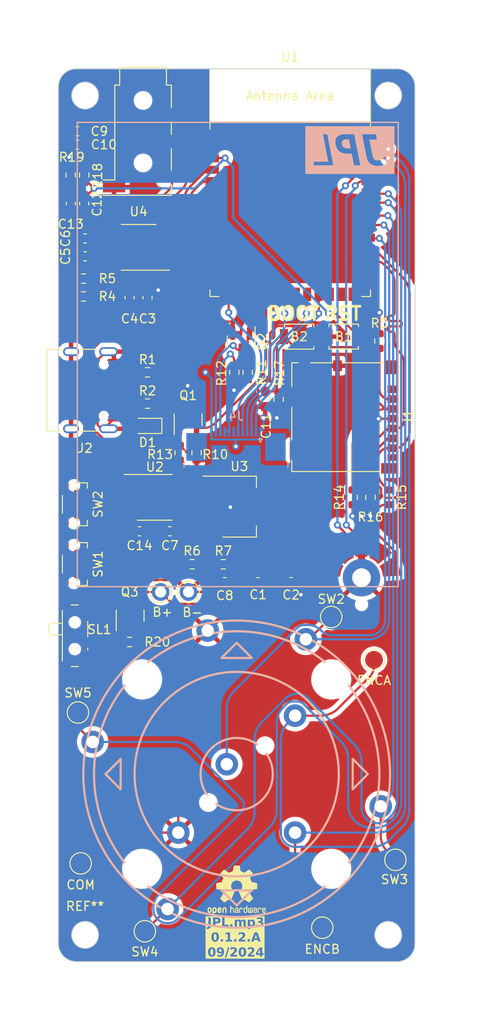
<source format=kicad_pcb>
(kicad_pcb (version 20221018) (generator pcbnew)
  (layers (0 "F.Cu" signal) (31 "B.Cu" signal) (34 "B.Paste" user) (35 "F.Paste" user) (36 "B.SilkS" user "B.Silkscreen") (37 "F.SilkS" user "F.Silkscreen") (38 "B.Mask" user) (39 "F.Mask" user) (44 "Edge.Cuts" user))
  (net 0 "")
  (net 1 "Net-(BT1-+)")
  (net 2 "GND")
  (net 3 "+3.3V")
  (net 4 "Net-(U4-AOUTL)")
  (net 5 "AUDIO_LEFT")
  (net 6 "AUDIO_RIGHT")
  (net 7 "Net-(U4-AOUTR)")
  (net 8 "BAT_SENSE")
  (net 9 "+5V")
  (net 10 "Net-(D1-A)")
  (net 11 "ENCA")
  (net 12 "ENCB")
  (net 13 "SW1")
  (net 14 "SW2")
  (net 15 "SW3")
  (net 16 "SW4")
  (net 17 "SW5")
  (net 19 "Net-(J1-DAT3{slash}CD)")
  (net 20 "SD_CMD")
  (net 21 "SD_CLK")
  (net 22 "SD_D0")
  (net 24 "Net-(J2-CC1)")
  (net 25 "USB_D+")
  (net 26 "USB_D-")
  (net 28 "Net-(J2-CC2)")
  (net 30 "TFT_CS")
  (net 31 "TFT_DC")
  (net 32 "TFT_SCLK")
  (net 33 "TFT_SDA")
  (net 34 "TFT_RST")
  (net 36 "Net-(J4-Pin_10)")
  (net 37 "Net-(J4-Pin_11)")
  (net 38 "Net-(Q1-G)")
  (net 39 "CHG")
  (net 40 "BACKLIGHT")
  (net 41 "Net-(U2-SELI)")
  (net 42 "VOL_UP")
  (net 43 "VOL_DOWN")
  (net 44 "I2S_SD")
  (net 45 "I2S_LRCLK")
  (net 46 "I2S_SCLK")
  (net 47 "DAC_MCLK")
  (net 52 "S_B")
  (net 53 "S_A")
  (net 55 "Net-(B1-B)")
  (net 56 "UART_RX")
  (net 57 "UART_TX")
  (net 58 "Net-(B2-A)")
  (net 61 "Net-(Q3-G)")
  (footprint "Capacitor_SMD:C_0603_1608Metric_Pad1.08x0.95mm_HandSolder" (layer "F.Cu") (at 90.1375 51)
    (fp_text reference "C9")
    (fp_text value ".1uF")
  )
  (footprint "TestPoint:TestPoint_Pad_D2.0mm" (layer "F.Cu") (at 99.47 102.6 -90)
    (fp_text reference "B+")
    (fp_text value "B+" hide)
  )
  (footprint "Resistor_SMD:R_0603_1608Metric" (layer "F.Cu") (at 101.6 87 90)
    (fp_text reference "R13")
    (fp_text value "10K")
  )
  (footprint "TestPoint:TestPoint_Pad_D2.0mm" (layer "F.Cu") (at 97.7 140.6)
    (fp_text reference "SW4")
    (fp_text value "TestPoint_Pad_D2.0mm")
  )
  (footprint "footprints:ANO Rotary Encoder" (layer "F.Cu") (at 108 123)
    (fp_text reference "Enc1" hide)
    (fp_text value "~")
  )
  (footprint "Package_TO_SOT_SMD:SOT-23" (layer "F.Cu") (at 96.05 105.2625 90)
    (fp_text reference "Q3")
    (fp_text value "BSS138")
  )
  (footprint "TestPoint:TestPoint_Pad_D2.0mm" (layer "F.Cu") (at 123.4 110.2)
    (fp_text reference "ENCA")
    (fp_text value "TestPoint_Pad_D2.0mm")
  )
  (footprint "Capacitor_SMD:C_0603_1608Metric_Pad1.08x0.95mm_HandSolder" (layer "F.Cu") (at 95.99 69.6375 -90)
    (fp_text reference "C4")
    (fp_text value "0.1uF")
  )
  (footprint "Capacitor_SMD:C_0603_1608Metric_Pad1.08x0.95mm_HandSolder" (layer "F.Cu") (at 100.5 95.8 180)
    (fp_text reference "C7")
    (fp_text value "2.2 uF")
  )
  (footprint "Capacitor_SMD:C_0603_1608Metric_Pad1.08x0.95mm_HandSolder" (layer "F.Cu") (at 110.4 101.5)
    (fp_text reference "C1")
    (fp_text value ".47uF")
  )
  (footprint "Resistor_SMD:R_0603_1608Metric" (layer "F.Cu") (at 112.7 81.025 90)
    (fp_text reference "R17")
    (fp_text value "10K")
  )
  (footprint "Resistor_SMD:R_0603_1608Metric" (layer "F.Cu") (at 90.825 69.5)
    (fp_text reference "R4")
    (fp_text value "10K")
  )
  (footprint "Capacitor_SMD:C_0603_1608Metric_Pad1.08x0.95mm_HandSolder" (layer "F.Cu") (at 98 69.6375 -90)
    (fp_text reference "C3")
    (fp_text value "1uF")
  )
  (footprint "Connector_Card:microSD_HC_Molex_104031-0811" (layer "F.Cu") (at 120 83 -90)
    (fp_text reference "J1")
    (fp_text value "Micro_SD_Card")
  )
  (footprint "Capacitor_SMD:C_0603_1608Metric_Pad1.08x0.95mm_HandSolder" (layer "F.Cu") (at 91 65 180)
    (fp_text reference "C5")
    (fp_text value "10 uF")
  )
  (footprint "Package_TO_SOT_SMD:SOT-23" (layer "F.Cu") (at 108.5 74.5625 -90)
    (fp_text reference "Q2")
    (fp_text value "BSS138")
  )
  (footprint "Capacitor_SMD:C_0603_1608Metric_Pad1.08x0.95mm_HandSolder" (layer "F.Cu") (at 90.9 59.1 -90)
    (fp_text reference "C12")
    (fp_text value "1uF")
  )
  (footprint "Resistor_SMD:R_0603_1608Metric" (layer "F.Cu") (at 124 74.5 -90)
    (fp_text reference "R3")
    (fp_text value "10K")
  )
  (footprint "Capacitor_SMD:C_0603_1608Metric_Pad1.08x0.95mm_HandSolder" (layer "F.Cu") (at 91 63)
    (fp_text reference "C6")
    (fp_text value "10 uF")
  )
  (footprint "Resistor_SMD:R_0603_1608Metric" (layer "F.Cu") (at 121 92 90)
    (fp_text reference "R14")
    (fp_text value "10K")
  )
  (footprint "Package_SO:SOIC-8_3.9x4.9mm_P1.27mm" (layer "F.Cu") (at 98.815 92)
    (fp_text reference "U2")
    (fp_text value "MAX1811")
  )
  (footprint "TestPoint:TestPoint_Pad_D2.0mm" (layer "F.Cu") (at 118.6 105.4)
    (fp_text reference "SW2")
    (fp_text value "TestPoint_Pad_D2.0mm")
  )
  (footprint "Capacitor_SMD:C_0603_1608Metric_Pad1.08x0.95mm_HandSolder" (layer "F.Cu") (at 106.6625 101.5 180)
    (fp_text reference "C8")
    (fp_text value "10 nF")
  )
  (footprint "Resistor_SMD:R_0603_1608Metric" (layer "F.Cu") (at 96 108.2)
    (fp_text reference "R20")
    (fp_text value "10K")
  )
  (footprint "Resistor_SMD:R_0603_1608Metric" (layer "F.Cu") (at 90.825 67.5)
    (fp_text reference "R5")
    (fp_text value "10K")
  )
  (footprint "Resistor_SMD:R_0603_1608Metric" (layer "F.Cu") (at 109.23 78 -90)
    (fp_text reference "R11")
    (fp_text value "10K")
  )
  (footprint "MountingHole:MountingHole_2.2mm_M2" (layer "F.Cu") (at 91 141)
    (fp_text reference "REF**")
    (fp_text value "MountingHole_2.2mm_M2")
  )
  (footprint "Resistor_SMD:R_0603_1608Metric" (layer "F.Cu") (at 106.5 99.5)
    (fp_text reference "R7")
    (fp_text value "100K")
  )
  (footprint "TestPoint:TestPoint_Pad_D2.0mm" (layer "F.Cu") (at 90.5 133)
    (fp_text reference "COM")
    (fp_text value "TestPoint_Pad_D2.0mm")
  )
  (footprint "Capacitor_SMD:C_0603_1608Metric_Pad1.08x0.95mm_HandSolder" (layer "F.Cu") (at 114.1 101.5 180)
    (fp_text reference "C2")
    (fp_text value "100uF")
  )
  (footprint "Symbol:OSHW-Logo2_7.3x6mm_SilkScreen" (layer "F.Cu") (at 108 136)
    (fp_text reference "REF**" hide)
    (fp_text value "OSHW-Logo2_7.3x6mm_SilkScreen" hide)
  )
  (footprint "Button_Switch_SMD:SW_Push_1P1T-MP_NO_Horizontal_Alps_SKRTLAE010" (layer "F.Cu") (at 89.75 92.775 -90)
    (fp_text reference "SW2")
    (fp_text value "SW_Push")
  )
  (footprint "Resistor_SMD:R_0603_1608Metric" (layer "F.Cu") (at 90.9 55.9 -90)
    (fp_text reference "R18")
    (fp_text value "10K")
  )
  (footprint "Capacitor_SMD:C_0603_1608Metric_Pad1.08x0.95mm_HandSolder" (layer "F.Cu") (at 90.1325 52.5)
    (fp_text reference "C10")
    (fp_text value ".1uF")
  )
  (footprint "TestPoint:TestPoint_Pad_D2.0mm" (layer "F.Cu") (at 90.2 116.1)
    (fp_text reference "SW5")
    (fp_text value "TestPoint_Pad_D2.0mm")
  )
  (footprint "Resistor_SMD:R_0603_1608Metric" (layer "F.Cu") (at 103 99.5)
    (fp_text reference "R6")
    (fp_text value "100K")
  )
  (footprint "Capacitor_SMD:C_0603_1608Metric_Pad1.08x0.95mm_HandSolder" (layer "F.Cu") (at 89.4 59.1 -90)
    (fp_text reference "C13")
    (fp_text value "0.1uF")
  )
  (footprint "TestPoint:TestPoint_Pad_D2.0mm" (layer "F.Cu") (at 117.6 140.2)
    (fp_text reference "ENCB")
    (fp_text value "TestPoint_Pad_D2.0mm")
  )
  (footprint "Resistor_SMD:R_0603_1608Metric" (layer "F.Cu") (at 98 78)
    (fp_text reference "R1")
    (fp_text value "5.1K")
  )
  (footprint "Connector_USB:USB_C_Receptacle_G-Switch_GT-USB-7010ASV" (layer "F.Cu") (at 90.5 80 -90)
    (fp_text reference "J2")
    (fp_text value "USB_C")
  )
  (footprint "Connector_Audio:Jack_3.5mm_KoreanHropartsElec_PJ-320D-4A_Horizontal" (layer "F.Cu") (at 97.5 52.3 -90)
    (fp_text reference "J5" hide)
    (fp_text value "Jack_3.5mm_KoreanHropartsElec_PJ-320D-4A_Horizontal" hide)
  )
  (footprint "Resistor_SMD:R_0603_1608Metric" (layer "F.Cu") (at 103.5 87 -90)
    (fp_text reference "R10")
    (fp_text value "10K")
  )
  (footprint "Resistor_SMD:R_0603_1608Metric" (layer "F.Cu") (at 89.39 55.9 -90)
    (fp_text reference "R19")
    (fp_text value "10K")
  )
  (footprint "footprints:Positive_Altitude_SWD_Connector" (layer "F.Cu") (at 122 101)
    (fp_text reference "J6")
    (fp_text value "Conn_01x05_Pin")
  )
  (footprint "Button_Switch_SMD:SW_SPST_B3U-1000P" (layer "F.Cu") (at 115 74)
    (fp_text reference "B2")
    (fp_text value "BOOT")
  )
  (footprint "Button_Switch_SMD:SW_Push_1P1T-MP_NO_Horizontal_Alps_SKRTLAE010" (layer "F.Cu") (at 89.75 99.475 -90)
    (fp_text reference "SW1")
    (fp_text value "SW_Push")
  )
  (footprint "Diode_SMD:D_SOD-323" (layer "F.Cu") (at 98 84 180)
    (fp_text reference "D1")
    (fp_text value "1N5819WS")
  )
  (footprint "Package_SO:SOIC-8_3.9x4.9mm_P1.27mm" (layer "F.Cu") (at 97 64 180)
    (fp_text reference "U4")
    (fp_text value "~")
  )
  (footprint "Resistor_SMD:R_0603_1608Metric" (layer "F.Cu") (at 123 92 -90)
    (fp_text reference "R16")
    (fp_text value "10K")
  )
  (footprint "Button_Switch_SMD:SW_SPDT_PCM12" (layer "F.Cu") (at 90.175 107.5 -90)
    (fp_text reference "SL1")
    (fp_text value "POWER")
  )
  (footprint "Capacitor_SMD:C_0603_1608Metric_Pad1.08x0.95mm_HandSolder" (layer "F.Cu") (at 97.1 95.8)
    (fp_text reference "C14")
    (fp_text value "4.7 uF")
  )
  (footprint "TestPoint:TestPoint_Pad_D2.0mm" (layer "F.Cu") (at 125.8 132.6)
    (fp_text reference "SW3")
    (fp_text value "TestPoint_Pad_D2.0mm")
  )
  (footprint "Button_Switch_SMD:SW_SPST_B3U-1000P" (layer "F.Cu") (at 120 74)
    (fp_text reference "B1")
    (fp_text value "SW_SPST")
  )
  (footprint "Capacitor_SMD:C_0603_1608Metric_Pad1.08x0.95mm_HandSolder" (layer "F.Cu") (at 111.2 81 -90)
    (fp_text reference "C11")
    (fp_text value "0.1uF")
  )
  (footprint "PCM_Espressif:ESP32-S3-WROOM-1" (layer "F.Cu") (at 114 59.76)
    (fp_text reference "U1")
    (fp_text value "ESP32-S3-WROOM-1")
  )
  (footprint "TestPoint:TestPoint_Pad_D2.0mm" (layer "F.Cu") (at 102.6 102.6 -90)
    (fp_text reference "B-")
    (fp_text value "B-" hide)
  )
  (footprint "Resistor_SMD:R_0603_1608Metric" (layer "F.Cu") (at 98 81.5)
    (fp_text reference "R2")
    (fp_text value "5.1K")
  )
  (footprint "Package_TO_SOT_SMD:SOT-223-3_TabPin2" (layer "F.Cu") (at 108.3 93.04)
    (fp_text reference "U3")
    (fp_text value "AMS1117-3.3")
  )
  (footprint "Resistor_SMD:R_0603_1608Metric" (layer "F.Cu") (at 107.73 78 90)
    (fp_text reference "R12")
    (fp_text value "10")
  )
  (footprint "Package_TO_SOT_SMD:SOT-23" (layer "F.Cu") (at 102.55 83.3 90)
    (fp_text reference "Q1")
    (fp_text value "BSS138")
  )
  (footprint "Resistor_SMD:R_0603_1608Metric" (layer "F.Cu") (at 125 92 -90)
    (fp_text reference "R15")
    (fp_text value "10K")
  )
  (footprint "Connector_FFC-FPC:TE_1-1734839-2_1x12-1MP_P0.5mm_Horizontal" (layer "B.Cu") (at 107.92 86 180)
    (fp_text reference "J4")
    (fp_text value "Conn_01x12")
  )
  (footprint "footprints:JPL" (layer "B.Cu") (at 120.7 53.1 180)
    (fp_text reference "G***" hide)
    (fp_text value "LOGO" hide)
  )
  (gr_rect (start 90.12 50) (end 126.12 102) (stroke (width 0.15)) (fill none) (layer "B.SilkS"))
  (gr_arc (start 90 144) (mid 88.585786 143.414214) (end 88 142) (stroke (width 0.1)) (layer "Edge.Cuts"))
  (gr_arc (start 128 142) (mid 127.414214 143.414214) (end 126 144) (stroke (width 0.1)) (layer "Edge.Cuts"))
  (gr_arc (start 88 46) (mid 88.585786 44.585786) (end 90 44) (stroke (width 0.1)) (layer "Edge.Cuts"))
  (gr_line (start 90 144) (end 126 144) (stroke (width 0.1)) (layer "Edge.Cuts"))
  (gr_line (start 88 46) (end 88 142) (stroke (width 0.1)) (layer "Edge.Cuts"))
  (gr_arc (start 126 44) (mid 127.414214 44.585786) (end 128 46) (stroke (width 0.1)) (layer "Edge.Cuts"))
  (gr_circle (center 125 141) (end 126.5 141) (stroke (width 0.1)) (fill none) (layer "Edge.Cuts"))
  (gr_circle (center 91 47) (end 89.5 47) (stroke (width 0.1)) (fill none) (layer "Edge.Cuts"))
  (gr_circle (center 91 141) (end 89.5 141) (stroke (width 0.1)) (fill none) (layer "Edge.Cuts"))
  (gr_line (start 128 142) (end 128 46) (stroke (width 0.1)) (layer "Edge.Cuts"))
  (gr_line (start 126 44) (end 90 44) (stroke (width 0.1)) (layer "Edge.Cuts"))
  (gr_circle (center 125 47) (end 123.5 47) (stroke (width 0.1)) (fill none) (layer "Edge.Cuts"))
  (gr_text "JPL.mp3\n0.1.2.A\n09/2024" (at 107.9 143.6) (layer "F.SilkS" knockout) (effects (font (size 1 1) (thickness 0.1) bold italic) (justify bottom)))
  (gr_text "RST" (at 117.7 72.3) (layer "F.SilkS") (effects (font (size 1.5 1.5) (thickness 0.3) bold) (justify left bottom)))
  (gr_text "BOOT" (at 111.3 72.3) (layer "F.SilkS") (effects (font (size 1.5 1.5) (thickness 0.3) bold) (justify left bottom)))
  (segment (start 107.1125 103.925) (end 100.795 103.925) (width 0.25) (layer "F.Cu") (net 1))
  (segment (start 109.5375 101.5) (end 107.1125 103.925) (width 0.25) (layer "F.Cu") (net 1))
  (segment (start 105.15 96.525) (end 102.175 99.5) (width 0.25) (layer "F.Cu") (net 1))
  (segment (start 103.715 93.905) (end 105.15 95.34) (width 0.25) (layer "F.Cu") (net 1))
  (segment (start 101.3625 95.8) (end 101.3625 93.9775) (width 0.25) (layer "F.Cu") (net 1))
  (segment (start 105.15 95.34) (end 108.910826 99.100826) (width 0.25) (layer "F.Cu") (net 1))
  (segment (start 97.775 102.6) (end 99.47 102.6) (width 0.25) (layer "F.Cu") (net 1))
  (segment (start 96.05 104.325) (end 97.775 102.6) (width 0.25) (layer "F.Cu") (net 1))
  (segment (start 101.29 93.905) (end 103.715 93.905) (width 0.25) (layer "F.Cu") (net 1))
  (segment (start 91.605 105.25) (end 92.53 104.325) (width 0.25) (layer "F.Cu") (net 1))
  (segment (start 105.15 95.34) (end 105.15 96.525) (width 0.25) (layer "F.Cu") (net 1))
  (segment (start 101.3625 93.9775) (end 101.29 93.905) (width 0.25) (layer "F.Cu") (net 1))
  (segment (start 109.5375 100.61375) (end 109.5375 101.5) (width 0.25) (layer "F.Cu") (net 1))
  (segment (start 102.175 99.5) (end 102.175 99.895) (width 0.25) (layer "F.Cu") (net 1))
  (segment (start 100.795 103.925) (end 99.47 102.6) (width 0.25) (layer "F.Cu") (net 1))
  (segment (start 92.53 104.325) (end 96.05 104.325) (width 0.25) (layer "F.Cu") (net 1))
  (arc (start 109.5375 100.61375) (mid 109.374632 99.794961) (end 108.910826 99.100826) (width 0.25) (layer "F.Cu") (net 1))
  (segment (start 104.52 77.98) (end 104.5 78) (width 0.25) (layer "F.Cu") (net 2))
  (segment (start 93.625 83.8) (end 94.225 83.2) (width 0.25) (layer "F.Cu") (net 2))
  (segment (start 110.4 79.597924) (end 110.4 81.0625) (width 0.25) (layer "F.Cu") (net 2))
  (segment (start 93.325 75.68) (end 92.399892 76.605108) (width 0.25) (layer "F.Cu") (net 2))
  (segment (start 111.757481 78.240443) (end 110.4 79.597924) (width 0.25) (layer "F.Cu") (net 2))
  (segment (start 93.625 84.32) (end 93.625 83.8) (width 0.25) (layer "F.Cu") (net 2))
  (segment (start 90.65 91.55) (end 89.75 91.55) (width 0.25) (layer "F.Cu") (net 2))
  (segment (start 92.824522 84.32) (end 93.625 84.32) (width 0.25) (layer "F.Cu") (net 2))
  (segment (start 100.315001 92.635) (end 99.6375 93.312501) (width 0.25) (layer "F.Cu") (net 2))
  (segment (start 124.2 91.021162) (end 124.2 91.69) (width 0.25) (layer "F.Cu") (net 2))
  (segment (start 116.7 74) (end 115.525 72.825) (width 0.25) (layer "F.Cu") (net 2))
  (segment (start 106.425 102.6) (end 107.525 101.5) (width 0.25) (layer "F.Cu") (net 2))
  (segment (start 101.452191 129.547809) (end 101.452191 111.342491) (width 0.25) (layer "F.Cu") (net 2))
  (segment (start 93.625 75.68) (end 93.325 75.68) (width 0.25) (layer "F.Cu") (net 2))
  (segment (start 89.159052 99.55996) (end 90.299092 100.7) (width 0.25) (layer "F.Cu") (net 2))
  (segment (start 102.249087 109.418613) (end 104.747309 106.920392) (width 0.25) (layer "F.Cu") (net 2))
  (segment (start 89.75 98.25) (end 89.159052 98.840948) (width 0.25) (layer "F.Cu") (net 2))
  (segment (start 90.65 94) (end 90.65 98.25) (width 0.25) (layer "F.Cu") (net 2))
  (segment (start 103.25 87.825) (end 101.6 86.175) (width 0.25) (layer "F.Cu") (net 2))
  (segment (start 124.2 91.69) (end 124.56 92.05) (width 0.25) (layer "F.Cu") (net 2))
  (segment (start 92.399892 83.89537) (end 92.824522 84.32) (width 0.25) (layer "F.Cu") (net 2))
  (segment (start 123.462536 90.283698) (end 124.2 91.021162) (width 0.25) (layer "F.Cu") (net 2))
  (segment (start 103.5 87.825) (end 103.25 87.825) (width 0.25) (layer "F.Cu") (net 2))
  (segment (start 92.399892 76.605108) (end 92.399892 83.89537) (width 0.25) (layer "F.Cu") (net 2))
  (segment (start 102.6 102.6) (end 101.275 101.275) (width 0.25) (layer "F.Cu") (net 2))
  (segment (start 89.509052 94) (end 90.65 94) (width 0.25) (layer "F.Cu") (net 2))
  (segment (start 124.955915 85.395) (end 123.425 86.925915) (width 0.25) (layer "F.Cu") (net 2))
  (segment (start 90.65 98.25) (end 89.75 98.25) (width 0.25) (layer "F.Cu") (net 2))
  (segment (start 95.365001 92.635) (end 95 93.000001) (width 0.25) (layer "F.Cu") (net 2))
  (segment (start 101.29 92.635) (end 100.315001 92.635) (width 0.25) (layer "F.Cu") (net 2))
  (segment (start 88.65 92.65) (end 88.65 93.140948) (width 0.25) (layer "F.Cu") (net 2))
  (segment (start 101.275 101.275) (end 97.875 101.275) (width 0.25) (layer "F.Cu") (net 2))
  (segment (start 97.875 101.275) (end 97.5 100.9) (width 0.25) (layer "F.Cu") (net 2))
  (segment (start 96.34 92.635) (end 95.365001 92.635) (width 0.25) (layer "F.Cu") (net 2))
  (segment (start 95 96.4) (end 96 97.4) (width 0.25) (layer "F.Cu") (net 2))
  (segment (start 123.425 89.681024) (end 123.462536 89.71856) (width 0.25) (layer "F.Cu") (net 2))
  (segment (start 95.079172 129.547809) (end 101.452191 129.547809) (width 0.25) (layer "F.Cu") (net 2))
  (segment (start 102.6 102.6) (end 106.425 102.6) (width 0.25) (layer "F.Cu") (net 2))
  (segment (start 123.425 86.925915) (end 123.425 89.681024) (width 0.25) (layer "F.Cu") (net 2))
  (segment (start 124.56 92.05) (end 126.81 92.05) (width 0.25) (layer "F.Cu") (net 2))
  (segment (start 88.65 93.140948) (end 89.509052 94) (width 0.25) (layer "F.Cu") (net 2))
  (segment (start 89.159052 98.840948) (end 89.159052 99.55996) (width 0.25) (layer "F.Cu") (net 2))
  (segment (start 109.23 78.825) (end 108.385 77.98) (width 0.25) (layer "F.Cu") (net 2))
  (segment (start 125.45 85.395) (end 124.955915 85.395) (width 0.25) (layer "F.Cu") (net 2))
  (segment (start 89.75 91.55) (end 88.65 92.65) (width 0.25) (layer "F.Cu") (net 2))
  (segment (start 123.462536 89.71856) (end 123.462536 90.283698) (width 0.25) (layer "F.Cu") (net 2))
  (segment (start 90.299092 100.7) (end 90.65 100.7) (width 0.25) (layer "F.Cu") (net 2))
  (segment (start 112.525 72.825) (end 111.757481 73.592519) (width 0.25) (layer "F.Cu") (net 2))
  (segment (start 115.525 72.825) (end 112.525 72.825) (width 0.25) (layer "F.Cu") (net 2))
  (segment (start 99.6375 93.312501) (end 99.6375 95.8) (width 0.25) (layer "F.Cu") (net 2))
  (segment (start 93.155294 130.344705) (end 90.5 133) (width 0.25) (layer "F.Cu") (net 2))
  (segment (start 110.4 81.0625) (end 111.2 81.8625) (width 0.25) (layer "F.Cu") (net 2))
  (segment (start 90.85249 98.485) (end 90.65 98.485) (width 0.25) (layer "F.Cu") (net 2))
  (segment (start 108.385 77.98) (end 104.52 77.98) (width 0.25) (layer "F.Cu") (net 2))
  (segment (start 95 93.000001) (end 95 96.4) (width 0.25) (layer "F.Cu") (net 2))
  (segment (start 111.757481 73.592519) (end 111.757481 78.240443) (width 0.25) (layer "F.Cu") (net 2))
  (via (at 111 83.1) (size 0.8) (drill 0.4) (layers "F.Cu" "B.Cu") (net 2))
  (via (at 107.9 86.3) (size 0.8) (drill 0.4) (layers "F.Cu" "B.Cu") (net 2))
  (via (at 104.5 78) (size 0.8) (drill 0.4) (layers "F.Cu" "B.Cu") (net 2))
  (arc (start 95.079172 129.547809) (mid 94.037977 129.754915) (end 93.155294 130.344705) (width 0.25) (layer "F.Cu") (net 2))
  (arc (start 90.85249 98.485) (mid 91.039566 98.447787) (end 91.198162 98.341817) (width 0.25) (layer "F.Cu") (net 2))
  (arc (start 102.249087 109.418613) (mid 101.659297 110.301296) (end 101.452191 111.342491) (width 0.25) (layer "F.Cu") (net 2))
  (segment (start 105.17 84.65) (end 105.17 85.5) (width 0.25) (layer "B.Cu") (net 2))
  (segment (start 104.5 78) (end 105.17 78.67) (width 0.25) (layer "B.Cu") (net 2))
  (segment (start 107.9 85.525) (end 110.645 85.525) (width 0.25) (layer "B.Cu") (net 2))
  (segment (start 105.17 78.67) (end 105.17 84.65) (width 0.25) (layer "B.Cu") (net 2))
  (segment (start 111 84.32) (end 110.67 84.65) (width 0.25) (layer "B.Cu") (net 2))
  (segment (start 105.195 85.525) (end 107.9 85.525) (width 0.25) (layer "B.Cu") (net 2))
  (segment (start 111 83.1) (end 111 84.32) (width 0.25) (layer "B.Cu") (net 2))
  (segment (start 107.9 86.3) (end 107.9 85.525) (width 0.25) (layer "B.Cu") (net 2))
  (segment (start 110.645 85.525) (end 110.67 85.5) (width 0.25) (layer "B.Cu") (net 2))
  (segment (start 105.17 85.5) (end 105.195 85.525) (width 0.25) (layer "B.Cu") (net 2))
  (segment (start 110.67 85.5) (end 110.67 84.65) (width 0.25) (layer "B.Cu") (net 2))
  (segment (start 102.9125 48.8125) (end 102.461313 48.361313) (width 0.25) (layer "F.Cu") (net 3))
  (segment (start 104.421837 54.04) (end 105.25 54.04) (width 0.25) (layer "F.Cu") (net 3))
  (segment (start 107.73 79.948786) (end 107.73 78.825) (width 0.25) (layer "F.Cu") (net 3))
  (segment (start 89.275625 50.999375) (end 89.274375 51.000625) (width 0.25) (layer "F.Cu") (net 3))
  (segment (start 124 71.3) (end 124 73.675) (width 0.25) (layer "F.Cu") (net 3))
  (segment (start 115.2 101.905437) (end 115.2 102.9) (width 0.25) (layer "F.Cu") (net 3))
  (segment (start 89.27 52.5) (end 89.27 51.008535) (width 0.25) (layer "F.Cu") (net 3))
  (segment (start 90.9 55.075) (end 89.39 55.075) (width 0.25) (layer "F.Cu") (net 3))
  (segment (start 89.276875 50.998125) (end 89.275625 50.999375) (width 0.25) (layer "F.Cu") (net 3))
  (segment (start 112.246896 98.246896) (end 114.772465 100.772465) (width 0.25) (layer "F.Cu") (net 3))
  (segment (start 122 93.9625) (end 122 94.1) (width 0.25) (layer "F.Cu") (net 3))
  (segment (start 124.018673 93.081326) (end 123 94.1) (width 0.25) (layer "F.Cu") (net 3))
  (segment (start 95.153515 64.635) (end 94.525 64.635) (width 0.25) (layer "F.Cu") (net 3))
  (segment (start 112.5 81.85) (end 112.5 83.1) (width 0.25) (layer "F.Cu") (net 3))
  (segment (start 121 94.1) (end 121 92.825) (width 0.25) (layer "F.Cu") (net 3))
  (segment (start 125.4475 83.1975) (end 125.45 83.195) (width 0.25) (layer "F.Cu") (net 3))
  (segment (start 95.99 68.775) (end 95.99 65.471484) (width 0.25) (layer "F.Cu") (net 3))
  (segment (start 105.18 93.07) (end 105.15 93.04) (width 0.25) (layer "F.Cu") (net 3))
  (segment (start 123.9 83.2) (end 125.441464 83.2) (width 0.25) (layer "F.Cu") (net 3))
  (segment (start 111.45 96.323018) (end 111.45 93.04) (width 0.25) (layer "F.Cu") (net 3))
  (segment (start 107.3 93.1) (end 107.33 93.07) (width 0.25) (layer "F.Cu") (net 3))
  (segment (start 89.39 55.075) (end 89.39 54.09) (width 0.25) (layer "F.Cu") (net 3))
  (segment (start 89.2725 51.0025) (end 89.273125 51.001875) (width 0.25) (layer "F.Cu") (net 3))
  (segment (start 91.83566 49.5) (end 96.998438 49.5) (width 0.25) (layer "F.Cu") (net 3))
  (segment (start 89.278125 50.996875) (end 89.28 50.995) (width 0.25) (layer "F.Cu") (net 3))
  (segment (start 102.525 79.525) (end 102.5 79.5) (width 0.25) (layer "F.Cu") (net 3))
  (segment (start 89.274375 51.000625) (end 89.273125 51.001875) (width 0.25) (layer "F.Cu") (net 3))
  (segment (start 89.27 52.5) (end 89.27 53.780502) (width 0.25) (layer "F.Cu") (net 3))
  (segment (start 89.39 54.09) (end 89.2 53.9) (width 0.25) (layer "F.Cu") (net 3))
  (segment (start 99.667438 48.225) (end 102.132224 48.225) (width 0.25) (layer "F.Cu") (net 3))
  (segment (start 95.99 68.775) (end 97.982322 68.775) (width 0.25) (layer "F.Cu") (net 3))
  (segment (start 98.5375 48.8625) (end 98.826793 48.573207) (width 0.25) (layer "F.Cu") (net 3))
  (segment (start 103.923517 52.423517) (end 103.885 52.385) (width 0.25) (layer "F.Cu") (net 3))
  (segment (start 99.2 68.8) (end 98.042677 68.8) (width 0.25) (layer "F.Cu") (net 3))
  (segment (start 89.235 53.865) (end 89.2 53.9) (width 0.25) (layer "F.Cu") (net 3))
  (segment (start 122.097227 93.727772) (end 123 92.825) (width 0.25) (layer "F.Cu") (net 3))
  (segment (start 103.5 52.544472) (end 103.5 51.455527) (width 0.25) (layer "F.Cu") (net 3))
  (segment (start 89.285 50.99) (end 89.28 50.995) (width 0.25) (layer "F.Cu") (net 3))
  (segment (start 103.5 51.455527) (end 103.5 50.23085) (width 0.25) (layer "F.Cu") (net 3))
  (segment (start 124.6375 92.825) (end 125 92.825) (width 0.25) (layer "F.Cu") (net 3))
  (segment (start 114.9625 101.23125) (end 114.9625 101.332062) (width 0.25) (layer "F.Cu") (net 3))
  (segment (start 103.5 52.544472) (end 103.5 53.118162) (width 0.25) (layer "F.Cu") (net 3))
  (segment (start 107.715 79.985) (end 107.7 80) (width 0.25) (layer "F.Cu") (net 3))
  (segment (start 107.402426 93.04) (end 111.45 93.04) (width 0.25) (layer "F.Cu") (net 3))
  (segment (start 104.76 52.77) (end 105.25 52.77) (width 0.25) (layer "F.Cu") (net 3))
  (segment (start 90.025 50.25) (end 89.285 50.99) (width 0.25) (layer "F.Cu") (net 3))
  (segment (start 107.3 93.1) (end 105.252426 93.1) (width 0.25) (layer "F.Cu") (net 3))
  (segment (start 102.55 79.585355) (end 102.55 82.3625) (width 0.25) (layer "F.Cu") (net 3))
  (segment (start 89.278125 50.996875) (end 89.276875 50.998125) (width 0.25) (layer "F.Cu") (net 3))
  (via (at 107.7 80) (size 0.8) (drill 0.4) (layers "F.Cu" "B.Cu") (remove_unused_layers) (zone_layer_connections "B.Cu") (net 3))
  (via (at 115.2 102.9) (size 0.8) (drill 0.4) (layers "F.Cu" "B.Cu") (remove_unused_layers) (zone_layer_connections "B.Cu") (net 3))
  (via (at 112.5 83.1) (size 0.8) (drill 0.4) (layers "F.Cu" "B.Cu") (net 3))
  (via (at 107.3 93.1) (size 0.8) (drill 0.4) (layers "F.Cu" "B.Cu") (remove_unused_layers) (zone_layer_connections "B.Cu") (net 3))
  (via (at 124 71.3) (size 0.8) (drill 0.4) (layers "F.Cu" "B.Cu") (remove_unused_layers) (zone_layer_connections "B.Cu") (net 3))
  (via (at 123.9 83.2) (size 0.8) (drill 0.4) (layers "F.Cu" "B.Cu") (remove_unused_layers) (zone_layer_connections "B.Cu") (net 3))
  (via (at 122 94.1) (size 0.8) (drill 0.4) (layers "F.Cu" "B.Cu") (remove_unused_layers) (zone_layer_connections "B.Cu") (net 3))
  (via (at 121 94.1) (size 0.8) (drill 0.4) (layers "F.Cu" "B.Cu") (remove_unused_layers) (zone_layer_connections "B.Cu") (net 3))
  (via (at 99.2 68.8) (size 0.8) (drill 0.4) (layers "F.Cu" "B.Cu") (remove_unused_layers) (zone_layer_connections "B.Cu") (net 3))
  (via (at 102.5 79.5) (size 0.8) (drill 0.4) (layers "F.Cu" "B.Cu") (remove_unused_layers) (zone_layer_connections "B.Cu") (net 3))
  (via (at 123 94.1) (size 0.8) (drill 0.4) (layers "F.Cu" "B.Cu") (remove_unused_layers) (zone_layer_connections "B.Cu") (net 3))
  (via (at 89.2 53.9) (size 0.8) (drill 0.4) (layers "F.Cu" "B.Cu") (remove_unused_layers) (zone_layer_connections "B.Cu") (net 3))
  (arc (start 103.923517 52.423517) (mid 104.307298 52.679952) (end 104.76 52.77) (width 0.25) (layer "F.Cu") (net 3))
  (arc (start 95.744999 64.88) (mid 95.473624 64.698673) (end 95.153515 64.635) (width 0.25) (layer "F.Cu") (net 3))
  (arc (start 103.5 52.544472) (mid 103.639222 52.336111) (end 103.885 52.385) (width 0.25) (layer "F.Cu") (net 3))
  (arc (start 107.715 79.985) (mid 107.726101 79.968385) (end 107.73 79.948786) (width 0.25) (layer "F.Cu") (net 3))
  (arc (start 115.08125 101.61875) (mid 114.993362 101.487216) (end 114.9625 101.332062) (width 0.25) (layer "F.Cu") (net 3))
  (arc (start 99.667438 48.225) (mid 99.212484 48.315496) (end 98.826793 48.573207) (width 0.25) (layer "F.Cu") (net 3))
  (arc (start 107.402426 93.04) (mid 107.363229 93.047796) (end 107.33 93.07) (width 0.25) (layer "F.Cu") (net 3))
  (arc (start 104.421837 54.04) (mid 104.069065 53.969829) (end 103.77 53.77) (width 0.25) (layer "F.Cu") (net 3))
  (arc (start 91.83566 49.5) (mid 90.855737 49.694918) (end 90.025 50.25) (width 0.25) (layer "F.Cu") (net 3))
  (arc (start 103.5 51.455527) (mid 103.600058 51.958554) (end 103.885 52.385) (width 0.25) (layer "F.Cu") (net 3))
  (arc (start 89.235 53.865) (mid 89.260903 53.826232) (end 89.27 53.780502) (width 0.25) (layer "F.Cu") (net 3))
  (arc (start 124.018673 93.081326) (mid 124.302593 92.891616) (end 124.6375 92.825) (width 0.25) (layer "F.Cu") (net 3))
  (arc (start 96.998438 49.5) (mid 97.831372 49.334319) (end 98.5375 48.8625) (width 0.25) (layer "F.Cu") (net 3))
  (arc (start 102.9125 48.8125) (mid 103.347313 49.463244) (end 103.5 50.23085) (width 0.25) (layer "F.Cu") (net 3))
  (arc (start 103.5 53.118162) (mid 103.57017 53.470934) (end 103.77 53.77) (width 0.25) (layer "F.Cu") (net 3))
  (arc (start 98.0125 68.7875) (mid 97.998654 68.778248) (end 97.982322 68.775) (width 0.25) (layer "F.Cu") (net 3))
  (arc (start 105.18 93.07) (mid 105.213229 93.092203) (end 105.252426 93.1) (width 0.25) (layer "F.Cu") (net 3))
  (arc (start 102.525 79.525) (mid 102.543502 79.552691) (end 102.55 79.585355) (width 0.25) (layer "F.Cu") (net 3))
  (arc (start 122 93.9625) (mid 122.025268 93.835466) (end 122.097227 93.727772) (width 0.25) (layer "F.Cu") (net 3))
  (arc (start 115.2 101.905437) (mid 115.169137 101.750283) (end 115.08125 101.61875) (width 0.25) (layer "F.Cu") (net 3))
  (arc (start 114.9625 101.23125) (mid 114.913111 100.982957) (end 114.772465 100.772465) (width 0.25) (layer "F.Cu") (net 3))
  (arc (start 95.744999 64.88) (mid 95.926326 65.151375) (end 95.99 65.471484) (width 0.25) (layer "F.Cu") (net 3))
  (arc (start 98.0125 68.7875) (mid 98.026345 68.796751) (end 98.042677 68.8) (width 0.25) (layer "F.Cu") (net 3))
  (arc (start 125.441464 83.2) (mid 125.44473 83.19935) (end 125.4475 83.1975) (width 0.25) (layer "F.Cu") (net 3))
  (arc (start 102.132224 48.225) (mid 102.310326 48.260427) (end 102.461313 48.361313) (width 0.25) (layer "F.Cu") (net 3))
  (arc (start 89.2725 51.0025) (mid 89.270649 51.005268) (end 89.27 51.008535) (width 0.25) (layer "F.Cu") (net 3))
  (arc (start 112.246896 98.246896) (mid 111.657106 97.364213) (end 111.45 96.323018) (width 0.25) (layer "F.Cu") (net 3))
  (segment (start 106.67 84.65) (end 107.17 84.65) (width 0.25) (layer "B.Cu") (net 3))
  (segment (start 107.17 84.65) (end 107.17 80.53) (width 0.25) (layer "B.Cu") (net 3))
  (segment (start 107.17 80.53) (end 107.7 80) (width 0.25) (layer "B.Cu") (net 3))
  (segment (start 93.407431 65.905) (end 94.525 65.905) (width 0.25) (layer "F.Cu") (net 4))
  (segment (start 92.315 65.4525) (end 91.8625 65) (width 0.25) (layer "F.Cu") (net 4))
  (arc (start 93.407431 65.905) (mid 92.816211 65.787399) (end 92.315 65.4525) (width 0.25) (layer "F.Cu") (net 4))
  (segment (start 89.275 62.754223) (end 89.275 63.52762) (width 0.25) (layer "F.Cu") (net 5))
  (segment (start 91.696015 60.981802) (end 95.873018 60.981802) (width 0.25) (layer "F.Cu") (net 5))
  (segment (start 100.75 56.690901) (end 100.75 56.15) (width 0.25) (layer "F.Cu") (net 5))
  (segment (start 90.1375 65.304939) (end 90.1375 67.265272) (width 0.25) (layer "F.Cu") (net 5))
  (segment (start 97.796896 60.184905) (end 100.367525 57.614276) (width 0.25) (layer "F.Cu") (net 5))
  (segment (start 90.06875 67.43125) (end 90 67.5) (width 0.25) (layer "F.Cu") (net 5))
  (segment (start 89.52548 62.149516) (end 89.984099 61.690901) (width 0.25) (layer "F.Cu") (net 5))
  (segment (start 89.70625 64.56875) (end 89.921875 64.784375) (width 0.25) (layer "F.Cu") (net 5))
  (arc (start 89.275 62.754223) (mid 89.340098 62.426957) (end 89.52548 62.149516) (width 0.25) (layer "F.Cu") (net 5))
  (arc (start 97.796896 60.184905) (mid 96.914213 60.774695) (end 95.873018 60.981802) (width 0.25) (layer "F.Cu") (net 5))
  (arc (start 90.1375 67.265272) (mid 90.119632 67.355098) (end 90.06875 67.43125) (width 0.25) (layer "F.Cu") (net 5))
  (arc (start 91.696015 60.981802) (mid 90.769532 61.16609) (end 89.984099 61.690901) (width 0.25) (layer "F.Cu") (net 5))
  (arc (start 89.275 63.52762) (mid 89.387078 64.091075) (end 89.70625 64.56875) (width 0.25) (layer "F.Cu") (net 5))
  (arc (start 100.367525 57.614276) (mid 100.650597 57.190628) (end 100.75 56.690901) (width 0.25) (layer "F.Cu") (net 5))
  (arc (start 90.1375 65.304939) (mid 90.08146 65.023211) (end 89.921875 64.784375) (width 0.25) (layer "F.Cu") (net 5))
  (segment (start 90.725 68.262347) (end 90.725 67.19645) (width 0.25) (layer "F.Cu") (net 6))
  (segment (start 96.78482 61.431802) (end 92.814581 61.431802) (width 0.25) (layer "F.Cu") (net 6))
  (segment (start 100.75 52.15) (end 101.624905 53.024905) (width 0.25) (layer "F.Cu") (net 6))
  (segment (start 90.56875 62.56875) (end 90.921599 62.215901) (width 0.25) (layer "F.Cu") (net 6))
  (segment (start 102.421802 54.948783) (end 102.421802 56.242354) (width 0.25) (layer "F.Cu") (net 6))
  (segment (start 101.94136 57.402243) (end 98.708698 60.634905) (width 0.25) (layer "F.Cu") (net 6))
  (segment (start 100.75 52.15) (end 100.75 49.15) (width 0.25) (layer "F.Cu") (net 6))
  (segment (start 91 66.532541) (end 91 64.472379) (width 0.25) (layer "F.Cu") (net 6))
  (segment (start 90.3625 69.1375) (end 90 69.5) (width 0.25) (layer "F.Cu") (net 6))
  (arc (start 90.725 68.262347) (mid 90.630789 68.735976) (end 90.3625 69.1375) (width 0.25) (layer "F.Cu") (net 6))
  (arc (start 101.94136 57.402243) (mid 102.296939 56.870081) (end 102.421802 56.242354) (width 0.25) (layer "F.Cu") (net 6))
  (arc (start 90.725 67.19645) (mid 90.760735 67.016797) (end 90.8625 66.864496) (width 0.25) (layer "F.Cu") (net 6))
  (arc (start 91 64.472379) (mid 90.887921 63.908924) (end 90.56875 63.43125) (width 0.25) (layer "F.Cu") (net 6))
  (arc (start 92.814581 61.431802) (mid 91.790106 61.635582) (end 90.921599 62.215901) (width 0.25) (layer "F.Cu") (net 6))
  (arc (start 102.421802 54.948783) (mid 102.214695 53.907588) (end 101.624905 53.024905) (width 0.25) (layer "F.Cu") (net 6))
  (arc (start 96.78482 61.431802) (mid 97.826015 61.224695) (end 98.708698 60.634905) (width 0.25) (layer "F.Cu") (net 6))
  (arc (start 91 66.532541) (mid 90.964264 66.712193) (end 90.8625 66.864496) (width 0.25) (layer "F.Cu") (net 6))
  (arc (start 90.56875 62.56875) (mid 90.39012 63) (end 90.56875 63.43125) (width 0.25) (layer "F.Cu") (net 6))
  (segment (start 93.407431 62.095) (end 94.525 62.095) (width 0.25) (layer "F.Cu") (net 7))
  (segment (start 92.315 62.5475) (end 91.8625 63) (width 0.25) (layer "F.Cu") (net 7))
  (arc (start 92.315 62.5475) (mid 92.816211 62.2126) (end 93.407431 62.095) (width 0.25) (layer "F.Cu") (net 7))
  (segment (start 104.85538 65.47) (end 105.25 65.47) (width 0.25) (layer "F.Cu") (net 8))
  (segment (start 102.746896 67.183863) (end 104.181721 65.749038) (width 0.25) (layer "F.Cu") (net 8))
  (segment (start 91.949892 75.3229) (end 92.686396 74.586396) (width 0.25) (layer "F.Cu") (net 8))
  (segment (start 105.648483 99.5) (end 105.3375 99.5) (width 0.25) (layer "F.Cu") (net 8))
  (segment (start 103.825 99.5) (end 102.98 100.345) (width 0.25) (layer "F.Cu") (net 8))
  (segment (start 94.516726 86.928452) (end 91.949892 84.361618) (width 0.25) (layer "F.Cu") (net 8))
  (segment (start 104.6625 99.5) (end 105.3375 99.5) (width 0.25) (layer "F.Cu") (net 8))
  (segment (start 101.95 71.207537) (end 101.95 69.107741) (width 0.25) (layer "F.Cu") (net 8))
  (segment (start 102.98 100.345) (end 97.578452 100.345) (width 0.25) (layer "F.Cu") (net 8))
  (segment (start 105.6375 99.564016) (end 105.6375 101.5) (width 0.25) (layer "F.Cu") (net 8))
  (segment (start 105.8 101.5) (end 105.575 101.275) (width 0.25) (layer "F.Cu") (net 8))
  (segment (start 94.343502 73.9) (end 99.257537 73.9) (width 0.25) (layer "F.Cu") (net 8))
  (segment (start 97.578452 100.345) (end 94.516726 97.283274) (width 0.25) (layer "F.Cu") (net 8))
  (segment (start 91.949892 84.361618) (end 91.949892 75.3229) (width 0.25) (layer "F.Cu") (net 8))
  (segment (start 94.516726 97.283274) (end 94.516726 86.928452) (width 0.25) (layer "F.Cu") (net 8))
  (segment (start 104.6625 99.5) (end 103.825 99.5) (width 0.25) (layer "F.Cu") (net 8))
  (arc (start 101.161396 73.111396) (mid 101.745048 72.237898) (end 101.95 71.207537) (width 0.25) (layer "F.Cu") (net 8))
  (arc (start 99.257537 73.9) (mid 100.287898 73.695048) (end 101.161396 73.111396) (width 0.25) (layer "F.Cu") (net 8))
  (arc (start 105.65625 99.51875) (mid 105.642372 99.539518) (end 105.6375 99.564016) (width 0.25) (layer "F.Cu") (net 8))
  (arc (start 104.181721 65.749038) (mid 104.490798 65.542519) (end 104.85538 65.47) (width 0.25) (layer "F.Cu") (net 8))
  (arc (start 105.65625 99.51875) (mid 105.65863 99.50678) (end 105.648483 99.5) (width 0.25) (layer "F.Cu") (net 8))
  (arc (start 101.95 69.107741) (mid 102.157106 68.066546) (end 102.746896 67.183863) (width 0.25) (layer "F.Cu") (net 8))
  (arc (start 92.686396 74.586396) (mid 93.446682 74.078388) (end 94.343502 73.9) (width 0.25) (layer "F.Cu") (net 8))
  (segment (start 96.34 90.095) (end 98.253103 88.181896) (width 0.25) (layer "F.Cu") (net 9))
  (segment (start 101.099546 91.365) (end 100.8025 91.365) (width 0.25) (layer "F.Cu") (net 9))
  (segment (start 99.680001 90.73) (end 99.970286 91.020285) (width 0.25) (layer "F.Cu") (net 9))
  (segment (start 96.2375 95.8) (end 96.2375 94.0075) (width 0.25) (layer "F.Cu") (net 9))
  (segment (start 99.05 86.258018) (end 99.05 84) (width 0.25) (layer "F.Cu") (net 9))
  (segment (start 96.2375 94.0075) (end 96.34 93.905) (width 0.25) (layer "F.Cu") (net 9))
  (segment (start 97.354546 93.905) (end 96.34 93.905) (width 0.25) (layer "F.Cu") (net 9))
  (segment (start 99.086484 93.187607) (end 100.77442 91.499671) (width 0.25) (layer "F.Cu") (net 9))
  (segment (start 96.34 90.095) (end 98.146975 90.095) (width 0.25) (layer "F.Cu") (net 9))
  (arc (start 101.099546 91.365) (mid 100.923589 91.399999) (end 100.77442 91.499671) (width 0.25) (layer "F.Cu") (net 9))
  (arc (start 99.680001 90.73) (mid 98.976642 90.260031) (end 98.146975 90.095) (width 0.25) (layer "F.Cu") (net 9))
  (arc (start 99.05 86.258018) (mid 98.842893 87.299213) (end 98.253103 88.181896) (width 0.25) (layer "F.Cu") (net 9))
  (arc (start 101.099546 91.365) (mid 101.099546 91.365) (end 101.099546 91.365) (width 0.25) (layer "F.Cu") (net 9))
  (arc (start 97.354546 93.905) (mid 98.291864 93.718555) (end 99.086484 93.187607) (width 0.25) (layer "F.Cu") (net 9))
  (arc (start 100.8025 91.365) (mid 100.352109 91.275411) (end 99.970286 91.020285) (width 0.25) (layer "F.Cu") (net 9))
  (segment (start 95.747747 82.797747) (end 96.95 84) (width 0.25) (layer "F.Cu") (net 10))
  (segment (start 94.503464 82.4) (end 94.408786 82.4) (width 0.25) (layer "F.Cu") (net 10))
  (segment (start 94.408786 82.4) (end 94.156311 82.4) (width 0.25) (layer "F.Cu") (net 10))
  (segment (start 94.629702 82.4) (end 94.566583 82.4) (width 0.25) (layer "F.Cu") (net 10))
  (segment (start 93.117539 77.88246) (end 93.034999 77.964999) (width 0.25) (layer "F.Cu") (net 10))
  (segment (start 94.75594 82.4) (end 94.692821 82.4) (width 0.25) (layer "F.Cu") (net 10))
  (segment (start 94.7875 82.4) (end 94.75594 82.4) (width 0.25) (layer "F.Cu") (net 10))
  (segment (start 94.156311 82.4) (end 93.914974 82.4) (width 0.25) (layer "F.Cu") (net 10))
  (segment (start 94.629702 82.4) (end 94.692821 82.4) (width 0.25) (layer "F.Cu") (net 10))
  (segment (start 93.499948 77.704999) (end 93.467409 77.737539) (width 0.25) (layer "F.Cu") (net 10))
  (segment (start 92.88 81.162434) (end 92.88 78.339203) (width 0.25) (layer "F.Cu") (net 10))
  (segment (start 94.566583 82.4) (end 94.503464 82.4) (width 0.25) (layer "F.Cu") (net 10))
  (segment (start 93.385727 82.180778) (end 93.242474 82.037525) (width 0.25) (layer "F.Cu") (net 10))
  (segment (start 93.753441 77.6) (end 94.225 77.6) (width 0.25) (layer "F.Cu") (net 10))
  (arc (start 93.753441 77.6) (mid 93.616251 77.627288) (end 93.499948 77.704999) (width 0.25) (layer "F.Cu") (net 10))
  (arc (start 93.467409 77.737539) (mid 93.387148 77.791167) (end 93.292474 77.81) (width 0.25) (layer "F.Cu") (net 10))
  (arc (start 93.117539 77.88246) (mid 93.1978 77.828831) (end 93.292474 77.81) (width 0.25) (layer "F.Cu") (net 10))
  (arc (start 93.385727 82.180778) (mid 93.628547 82.343026) (end 93.914974 82.4) (width 0.25) (layer "F.Cu") (net 10))
  (arc (start 92.88 81.162434) (mid 92.974203 81.63603) (end 93.242474 82.037525) (width 0.25) (layer "F.Cu") (net 10))
  (arc (start 94.7875 82.4) (mid 95.307182 82.503371) (end 95.747747 82.797747) (width 0.25) (layer "F.Cu") (net 10))
  (arc (start 93.034999 77.964999) (mid 92.920282 78.136685) (end 92.88 78.339203) (width 0.25) (layer "F.Cu") (net 10))
  (segment (start 119.358918 115.655294) (end 122.9 112.114212) (width 0.25) (layer "F.Cu") (net 11))
  (segment (start 123.4 110.907106) (end 123.4 110.2) (width 0.25) (layer "F.Cu") (net 11))
  (segment (start 122.865 52.885) (end 122.75 52.77) (width 0.25) (layer "F.Cu") (net 11))
  (segment (start 123.142634 53) (end 125 53) (width 0.25) (layer "F.Cu") (net 11))
  (segment (start 117.43504 116.452191) (end 114.547809 116.452191) (width 0.25) (layer "F.Cu") (net 11))
  (via (at 125 53) (size 0.8) (drill 0.4) (layers "F.Cu" "B.Cu") (net 11))
  (arc (start 123.4 110.907106) (mid 123.270054 111.560387) (end 122.9 112.114212) (width 0.25) (layer "F.Cu") (net 11))
  (arc (start 117.43504 116.452191) (mid 118.476235 116.245084) (end 119.358918 115.655294) (width 0.25) (layer "F.Cu") (net 11))
  (arc (start 123.142634 53) (mid 122.992379 52.970112) (end 122.865 52.885) (width 0.25) (layer "F.Cu") (net 11))
  (segment (start 114.547808 131.142809) (end 123.230209 131.142809) (width 0.25) (layer "B.Cu") (net 11))
  (segment (start 112.952809 119.174172) (end 112.952809 129.547809) (width 0.25) (layer "B.Cu") (net 11))
  (segment (start 127.35 56.451676) (end 127.35 127.023018) (width 0.25) (layer "B.Cu") (net 11))
  (segment (start 113.749705 117.250294) (end 114.547809 116.452191) (width 0.25) (layer "B.Cu") (net 11))
  (segment (start 125 53) (end 125.012652 53) (width 0.25) (layer "B.Cu") (net 11))
  (segment (start 126.553103 54.527798) (end 125.034251 53.008946) (width 0.25) (layer "B.Cu") (net 11))
  (segment (start 125.154087 130.345912) (end 126.553103 128.946896) (width 0.25) (layer "B.Cu") (net 11))
  (arc (start 127.35 56.451676) (mid 127.142893 55.410481) (end 126.553103 54.527798) (width 0.25) (layer "B.Cu") (net 11))
  (arc (start 113.749705 117.250294) (mid 113.159915 118.132977) (end 112.952809 119.174172) (width 0.25) (layer "B.Cu") (net 11))
  (arc (start 113.419973 130.675644) (mid 113.937428 131.021396) (end 114.547808 131.142809) (width 0.25) (layer "B.Cu") (net 11))
  (arc (start 125.154087 130.345912) (mid 124.271404 130.935702) (end 123.230209 131.142809) (width 0.25) (layer "B.Cu") (net 11))
  (arc (start 127.35 127.023018) (mid 127.142893 128.064213) (end 126.553103 128.946896) (width 0.25) (layer "B.Cu") (net 11))
  (arc (start 113.419973 130.675644) (mid 113.07422 130.158189) (end 112.952809 129.547809) (width 0.25) (layer "B.Cu") (net 11))
  (arc (start 125.034251 53.008946) (mid 125.024341 53.002324) (end 125.012652 53) (width 0.25) (layer "B.Cu") (net 11))
  (segment (start 114.547809 136.020827) (end 114.547809 129.547809) (width 0.25) (layer "F.Cu") (net 12))
  (segment (start 122.77 54.02) (end 122.75 54.04) (width 0.25) (layer "F.Cu") (net 12))
  (segment (start 125 54) (end 122.818284 54) (width 0.25) (layer "F.Cu") (net 12))
  (segment (start 115.344705 137.944705) (end 117.6 140.2) (width 0.25) (layer "F.Cu") (net 12))
  (via (at 125 54) (size 0.8) (drill 0.4) (layers "F.Cu" "B.Cu") (net 12))
  (arc (start 115.344705 137.944705) (mid 114.754915 137.062022) (end 114.547809 136.020827) (width 0.25) (layer "F.Cu") (net 12))
  (arc (start 122.77 54.02) (mid 122.792152 54.005197) (end 122.818284 54) (width 0.25) (layer "F.Cu") (net 12))
  (segment (start 126.103103 128.396896) (end 125.749087 128.750912) (width 0.25) (layer "B.Cu") (net 12))
  (segment (start 123.825209 129.547809) (end 114.547809 129.547809) (width 0.25) (layer "B.Cu") (net 12))
  (segment (start 125 54) (end 126.103103 55.103103) (width 0.25) (layer "B.Cu") (net 12))
  (segment (start 126.9 57.026981) (end 126.9 126.473018) (width 0.25) (layer "B.Cu") (net 12))
  (arc (start 123.825209 129.547809) (mid 124.866404 129.340702) (end 125.749087 128.750912) (width 0.25) (layer "B.Cu") (net 12))
  (arc (start 126.103103 128.396896) (mid 126.692893 127.514213) (end 126.9 126.473018) (width 0.25) (layer "B.Cu") (net 12))
  (arc (start 126.9 57.026981) (mid 126.692893 55.985786) (end 126.103103 55.103103) (width 0.25) (layer "B.Cu") (net 12))
  (segment (start 122.785 62.965) (end 122.75 62.93) (width 0.25) (layer "F.Cu") (net 13))
  (segment (start 122.869497 63) (end 124 63) (width 0.25) (layer "F.Cu") (net 13))
  (via (at 124 63) (size 0.8) (drill 0.4) (layers "F.Cu" "B.Cu") (net 13))
  (arc (start 122.869497 63) (mid 122.823767 62.990903) (end 122.785 62.965) (width 0.25) (layer "F.Cu") (net 13))
  (segment (start 122.88725 107.446199) (end 118.809637 107.446199) (width 0.25) (layer "B.Cu") (net 13))
  (segment (start 115.55374 106.301199) (end 116.045362 106.301199) (width 0.25) (layer "B.Cu") (net 13))
  (segment (start 106.889842 115.627557) (end 106.889842 121.889842) (width 0.25) (layer "B.Cu") (net 13))
  (segment (start 124.65 105.683449) (end 124.65 64.109619) (width 0.25) (layer "B.Cu") (net 13))
  (segment (start 114.760752 106.629665) (end 107.686738 113.703679) (width 0.25) (layer "B.Cu") (net 13))
  (segment (start 124 63) (end 124.325 63.325) (width 0.25) (layer "B.Cu") (net 13))
  (arc (start 114.760752 106.629665) (mid 115.124578 106.386564) (end 115.55374 106.301199) (width 0.25) (layer "B.Cu") (net 13))
  (arc (start 124.133702 106.929901) (mid 124.515818 106.358024) (end 124.65 105.683449) (width 0.25) (layer "B.Cu") (net 13))
  (arc (start 122.88725 107.446199) (mid 123.561825 107.312017) (end 124.133702 106.929901) (width 0.25) (layer "B.Cu") (net 13))
  (arc (start 118.809637 107.446199) (mid 118.061629 107.297411) (end 117.4275 106.873699) (width 0.25) (layer "B.Cu") (net 13))
  (arc (start 124.65 64.109619) (mid 124.565535 63.684986) (end 124.325 63.325) (width 0.25) (layer "B.Cu") (net 13))
  (arc (start 107.686738 113.703679) (mid 107.096948 114.586362) (end 106.889842 115.627557) (width 0.25) (layer "B.Cu") (net 13))
  (arc (start 117.4275 106.873699) (mid 116.793369 106.449986) (end 116.045362 106.301199) (width 0.25) (layer "B.Cu") (net 13))
  (segment (start 116.228927 107.771072) (end 118.6 105.4) (width 0.25) (layer "F.Cu") (net 14))
  (segment (start 123.023137 61.5) (end 124.5 61.5) (width 0.25) (layer "F.Cu") (net 14))
  (segment (start 115.926845 107.896199) (end 115.74989 107.896199) (width 0.25) (layer "F.Cu") (net 14))
  (segment (start 122.83 61.58) (end 122.75 61.66) (width 0.25) (layer "F.Cu") (net 14))
  (via (at 124.5 61.5) (size 0.8) (drill 0.4) (layers "F.Cu" "B.Cu") (net 14))
  (arc (start 115.926845 107.896199) (mid 116.09033 107.863679) (end 116.228927 107.771072) (width 0.25) (layer "F.Cu") (net 14))
  (arc (start 123.023137 61.5) (mid 122.918612 61.520791) (end 122.83 61.58) (width 0.25) (layer "F.Cu") (net 14))
  (segment (start 125.1 62.524264) (end 125.1 105.683448) (width 0.25) (layer "B.Cu") (net 14))
  (segment (start 124.5 61.5) (end 124.8 61.8) (width 0.25) (layer "B.Cu") (net 14))
  (segment (start 122.887249 107.896199) (end 115.74989 107.896199) (width 0.25) (layer "B.Cu") (net 14))
  (arc (start 122.887249 107.896199) (mid 123.734032 107.727763) (end 124.4519 107.248099) (width 0.25) (layer "B.Cu") (net 14))
  (arc (start 124.4519 107.248099) (mid 124.931564 106.530231) (end 125.1 105.683448) (width 0.25) (layer "B.Cu") (net 14))
  (arc (start 125.1 62.524264) (mid 125.022032 62.132295) (end 124.8 61.8) (width 0.25) (layer "B.Cu") (net 14))
  (segment (start 122.78 60.42) (end 122.75 60.39) (width 0.25) (layer "F.Cu") (net 15))
  (segment (start 124.947215 131.747215) (end 125.8 132.6) (width 0.25) (layer "F.Cu") (net 15))
  (segment (start 124.95 60.45) (end 122.852426 60.45) (width 0.25) (layer "F.Cu") (net 15))
  (segment (start 124.150319 129.823337) (end 124.150319 126.606245) (width 0.25) (layer "F.Cu") (net 15))
  (via (at 124.95 60.45) (size 0.8) (drill 0.4) (layers "F.Cu" "B.Cu") (net 15))
  (arc (start 122.852426 60.45) (mid 122.813229 60.442203) (end 122.78 60.42) (width 0.25) (layer "F.Cu") (net 15))
  (arc (start 124.947215 131.747215) (mid 124.357425 130.864532) (end 124.150319 129.823337) (width 0.25) (layer "F.Cu") (net 15))
  (segment (start 125.55 61.474264) (end 125.55 124.21684) (width 0.25) (layer "B.Cu") (net 15))
  (segment (start 124.95 60.45) (end 125.1 60.55) (width 0.25) (layer "B.Cu") (net 15))
  (segment (start 124.95 60.45) (end 125.25 60.75) (width 0.25) (layer "B.Cu") (net 15))
  (segment (start 124.850159 125.906404) (end 124.150319 126.606245) (width 0.25) (layer "B.Cu") (net 15))
  (arc (start 124.850159 125.906404) (mid 125.368117 125.131225) (end 125.55 124.21684) (width 0.25) (layer "B.Cu") (net 15))
  (arc (start 125.55 61.474264) (mid 125.472032 61.082295) (end 125.25 60.75) (width 0.25) (layer "B.Cu") (net 15))
  (segment (start 100.223154 138.103801) (end 100.25011 138.103801) (width 0.25) (layer "F.Cu") (net 16))
  (segment (start 122.81 59.06) (end 122.75 59.12) (width 0.25) (layer "F.Cu") (net 16))
  (segment (start 100.177138 138.122861) (end 97.7 140.6) (width 0.25) (layer "F.Cu") (net 16))
  (segment (start 122.954852 59) (end 125 59) (width 0.25) (layer "F.Cu") (net 16))
  (via (at 125 59) (size 0.8) (drill 0.4) (layers "F.Cu" "B.Cu") (net 16))
  (arc (start 100.177138 138.122861) (mid 100.19825 138.108754) (end 100.223154 138.103801) (width 0.25) (layer "F.Cu") (net 16))
  (arc (start 122.81 59.06) (mid 122.876458 59.015593) (end 122.954852 59) (width 0.25) (layer "F.Cu") (net 16))
  (segment (start 110.006981 127.219948) (end 110.006981 119.12) (width 0.25) (layer "B.Cu") (net 16))
  (segment (start 109.210084 129.143826) (end 100.25011 138.103801) (width 0.25) (layer "B.Cu") (net 16))
  (segment (start 116.03033 114.53033) (end 121.203103 119.703103) (width 0.25) (layer "B.Cu") (net 16))
  (segment (start 122 126.792893) (end 122 121.626981) (width 0.25) (layer "B.Cu") (net 16))
  (segment (start 125.5 59.5) (end 125 59) (width 0.25) (layer "B.Cu") (net 16))
  (segment (start 125.256117 127.756117) (end 125.04689 127.965343) (width 0.25) (layer "B.Cu") (net 16))
  (segment (start 113.469669 114.53033) (end 110.803877 117.196122) (width 0.25) (layer "B.Cu") (net 16))
  (segment (start 123.756117 128.5) (end 123.707106 128.5) (width 0.25) (layer "B.Cu") (net 16))
  (segment (start 126 60.707106) (end 126 125.960226) (width 0.25) (layer "B.Cu") (net 16))
  (arc (start 110.803877 117.196122) (mid 110.214087 118.078805) (end 110.006981 119.12) (width 0.25) (layer "B.Cu") (net 16))
  (arc (start 122.5 128) (mid 123.053825 128.370054) (end 123.707106 128.5) (width 0.25) (layer "B.Cu") (net 16))
  (arc (start 125.256117 127.756117) (mid 125.806671 126.932155) (end 126 125.960226) (width 0.25) (layer "B.Cu") (net 16))
  (arc (start 121.203103 119.703103) (mid 121.792893 120.585786) (end 122 121.626981) (width 0.25) (layer "B.Cu") (net 16))
  (arc (start 126 60.707106) (mid 125.870054 60.053825) (end 125.5 59.5) (width 0.25) (layer "B.Cu") (net 16))
  (arc (start 113.469669 114.53033) (mid 114.05709 114.137828) (end 114.75 114) (width 0.25) (layer "B.Cu") (net 16))
  (arc (start 109.210084 129.143826) (mid 109.799874 128.261143) (end 110.006981 127.219948) (width 0.25) (layer "B.Cu") (net 16))
  (arc (start 116.03033 114.53033) (mid 115.442909 114.137828) (end 114.75 114) (width 0.25) (layer "B.Cu") (net 16))
  (arc (start 122.5 128) (mid 122.129945 127.446174) (end 122 126.792893) (width 0.25) (layer "B.Cu") (net 16))
  (arc (start 123.756117 128.5) (mid 124.454678 128.361047) (end 125.04689 127.965343) (width 0.25) (layer "B.Cu") (net 16))
  (segment (start 122.825 57.925) (end 122.75 57.85) (width 0.25) (layer "F.Cu") (net 17))
  (segment (start 90.2 116.922037) (end 90.2 116.1) (width 0.25) (layer "F.Cu") (net 17))
  (segment (start 90.781267 118.325341) (end 91.849681 119.393755) (width 0.25) (layer "F.Cu") (net 17))
  (segment (start 125 58) (end 123.006066 58) (width 0.25) (layer "F.Cu") (net 17))
  (via (at 125 58) (size 0.8) (drill 0.4) (layers "F.Cu" "B.Cu") (net 17))
  (arc (start 122.825 57.925) (mid 122.908073 57.980508) (end 123.006066 58) (width 0.25) (layer "F.Cu") (net 17))
  (arc (start 90.2 116.922037) (mid 90.351066 117.681499) (end 90.781267 118.325341) (width 0.25) (layer "F.Cu") (net 17))
  (segment (start 126.45 126.071649) (end 126.45 60.432106) (width 0.25) (layer "B.Cu") (net 17))
  (segment (start 125.737651 58.712347) (end 125.03425 58.008946) (width 0.25) (layer "B.Cu") (net 17))
  (segment (start 120.5 126.439339) (end 120.5 121.275692) (width 0.25) (layer "B.Cu") (net 17))
  (segment (start 98.65511 137.926845) (end 98.65511 138.103801) (width 0.25) (layer "B.Cu") (net 17))
  (segment (start 101.011102 119.393755) (end 91.849681 119.393755) (width 0.25) (layer "B.Cu") (net 17))
  (segment (start 112.502809 117.220388) (end 112.502809 126.979791) (width 0.25) (layer "B.Cu") (net 17))
  (segment (start 119.703103 119.351814) (end 115.485882 115.134593) (width 0.25) (layer "B.Cu") (net 17))
  (segment (start 101.377945 139.231636) (end 111.705912 128.903669) (width 0.25) (layer "B.Cu") (net 17))
  (segment (start 114.816186 114.857193) (end 114.285917 114.857189) (width 0.25) (layer "B.Cu") (net 17))
  (segment (start 123.06066 129) (end 123.521649 129) (width 0.25) (layer "B.Cu") (net 17))
  (segment (start 125 58) (end 125.012652 58) (width 0.25) (layer "B.Cu") (net 17))
  (segment (start 125.445527 128.203103) (end 125.653103 127.995526) (width 0.25) (layer "B.Cu") (net 17))
  (segment (start 108.537222 125.792893) (end 102.93498 120.190651) (width 0.25) (layer "B.Cu") (net 17))
  (segment (start 108.537222 127.207106) (end 99.247401 136.496927) (width 0.25) (layer "B.Cu") (net 17))
  (segment (start 113.194973 115.549355) (end 113.605163 115.139165) (width 0.25) (layer "B.Cu") (net 17))
  (arc (start 114.816186 114.857193) (mid 115.178623 114.929288) (end 115.485882 115.134593) (width 0.25) (layer "B.Cu") (net 17))
  (arc (start 98.65511 138.103801) (mid 98.776521 138.714181) (end 99.122274 139.231636) (width 0.25) (layer "B.Cu") (net 17))
  (arc (start 114.285917 114.857189) (mid 113.917495 114.930471) (end 113.605163 115.139165) (width 0.25) (layer "B.Cu") (net 17))
  (arc (start 123.06066 129) (mid 122.080737 128.805081) (end 121.25 128.25) (width 0.25) (layer "B.Cu") (net 17))
  (arc (start 126.45 126.071649) (mid 126.242893 127.112844) (end 125.653103 127.995526) (width 0.25) (layer "B.Cu") (net 17))
  (arc (start 125.012652 58) (mid 125.02434 58.002324) (end 125.03425 58.008946) (width 0.25) (layer "B.Cu") (net 17))
  (arc (start 126.45 60.432106) (mid 126.264866 59.501379) (end 125.737651 58.712347) (width 0.25) (layer "B.Cu") (net 17))
  (arc (start 98.65511 137.926845) (mid 98.809041 137.152979) (end 99.247401 136.496927) (width 0.25) (layer "B.Cu") (net 17))
  (arc (start 101.377945 139.231636) (mid 100.860489 139.577388) (end 100.250109 139.698801) (width 0.25) (layer "B.Cu") (net 17))
  (arc (start 101.011102 119.393755) (mid 102.052297 119.600861) (end 102.93498 120.190651) (width 0.25) (layer "B.Cu") (net 17))
  (arc (start 125.445527 128.203103) (mid 124.562844 128.792893) (end 123.521649 129) (width 0.25) (layer "B.Cu") (net 17))
  (arc (start 119.703103 119.351814) (mid 120.292893 120.234497) (end 120.5 121.275692) (width 0.25) (layer "B.Cu") (net 17))
  (arc (start 120.5 126.439339) (mid 120.694918 127.419261) (end 121.25 128.25) (width 0.25) (layer "B.Cu") (net 17))
  (arc (start 100.250109 139.698801) (mid 99.639729 139.577388) (end 99.122274 139.231636) (width 0.25) (layer "B.Cu") (net 17))
  (arc (start 111.705912 128.903669) (mid 112.295702 128.020986) (end 112.502809 126.979791) (width 0.25) (layer "B.Cu") (net 17))
  (arc (start 112.502809 117.220388) (mid 112.682696 116.316031) (end 113.194973 115.549355) (width 0.25) (layer "B.Cu") (net 17))
  (arc (start 108.537222 125.792893) (mid 108.830115 126.499999) (end 108.537222 127.207106) (width 0.25) (layer "B.Cu") (net 17))
  (segment (start 125.05 80.995) (end 125.45 80.995) (width 0.25) (layer "F.Cu") (net 19))
  (segment (start 124 79.88538) (end 124 75.325) (width 0.25) (layer "F.Cu") (net 19))
  (segment (start 124.325 80.67) (end 124.367157 80.712157) (width 0.25) (layer "F.Cu") (net 19))
  (arc (start 124.325 80.67) (mid 124.084464 80.310013) (end 124 79.88538) (width 0.25) (layer "F.Cu") (net 19))
  (arc (start 125.05 80.995) (mid 124.680448 80.921491) (end 124.367157 80.712157) (width 0.25) (layer "F.Cu") (net 19))
  (segment (start 123.423829 66.74) (end 122.75 66.74) (width 0.25) (layer "F.Cu") (net 20))
  (segment (start 123 70.193363) (end 123 79.318018) (width 0.25) (layer "F.Cu") (net 20))
  (segment (start 125.05 82.095) (end 125.25 82.095) (width 0.25) (layer "F.Cu") (net 20))
  (segment (start 124.367157 81.812157) (end 123.796896 81.241896) (width 0.25) (layer "F.Cu") (net 20))
  (segment (start 124.714847 82.095) (end 125.25 82.095) (width 0.25) (layer "F.Cu") (net 20))
  (segment (start 121 86.201676) (end 121 91.175) (width 0.25) (layer "F.Cu") (net 20))
  (segment (start 123.459863 82.614831) (end 121.796896 84.277798) (width 0.25) (layer "F.Cu") (net 20))
  (segment (start 123.825 68.201636) (end 123.825 67.14117) (width 0.25) (layer "F.Cu") (net 20))
  (arc (start 123.7075 66.8575) (mid 123.794462 66.987648) (end 123.825 67.14117) (width 0.25) (layer "F.Cu") (net 20))
  (arc (start 123.825 68.201636) (mid 123.717794 68.740593) (end 123.4125 69.1975) (width 0.25) (layer "F.Cu") (net 20))
  (arc (start 123.459863 82.614831) (mid 124.035654 82.230099) (end 124.714847 82.095) (width 0.25) (layer "F.Cu") (net 20))
  (arc (start 123 70.193363) (mid 123.107205 69.654405) (end 123.4125 69.1975) (width 0.25) (layer "F.Cu") (net 20))
  (arc (start 125.05 82.095) (mid 124.680448 82.021491) (end 124.367157 81.812157) (width 0.25) (layer "F.Cu") (net 20))
  (arc (start 123.7075 66.8575) (mid 123.57735 66.770537) (end 123.423829 66.74) (width 0.25) (layer "F.Cu") (net 20))
  (arc (start 121 86.201676) (mid 121.207106 85.160481) (end 121.796896 84.277798) (width 0.25) (layer "F.Cu") (net 20))
  (arc (start 125.25 82.095) (mid 125.25 82.095) (end 125.25 82.095) (width 0.25) (layer "F.Cu") (net 20))
  (arc (start 123 79.318018) (mid 123.207106 80.359213) (end 123.796896 81.241896) (width 0.25) (layer "F.Cu") (net 20))
  (segment (start 123.036635 86.201065) (end 122.43 86.8077) (width 0.25) (layer "F.Cu") (net 21))
  (segment (start 124.53669 65.93669) (end 125.134022 66.534022) (width 0.25) (layer "F.Cu") (net 21))
  (segment (start 125.222033 72.25) (end 126.22797 72.25) (width 0.25) (layer "F.Cu") (net 21))
  (segment (start 125.7 67.900412) (end 125.7 71.35) (width 0.25) (layer "F.Cu") (net 21))
  (segment (start 125.222011 73.45) (end 125.4 73.45) (width 0.25) (layer "F.Cu") (net 21))
  (segment (start 125.4 71.65) (end 125.222033 71.65) (width 0.25) (layer "F.Cu") (net 21))
  (segment (start 122.75 65.47) (end 123.41 65.47) (width 0.25) (layer "F.Cu") (net 21))
  (segment (start 122.43 89.68) (end 123 90.25) (width 0.25) (layer "F.Cu") (net 21))
  (segment (start 124.739384 84.480615) (end 123.094007 86.125992) (width 0.25) (layer "F.Cu") (net 21))
  (segment (start 126.22797 72.85) (end 125.222011 72.85) (width 0.25) (layer "F.Cu") (net 21))
  (segment (start 123 90.25) (end 123 91.175) (width 0.25) (layer "F.Cu") (net 21))
  (segment (start 126.194974 75.644974) (end 126.225 75.675) (width 0.25) (layer "F.Cu") (net 21))
  (segment (start 126.75 76.942462) (end 126.75 83.441446) (width 0.25) (layer "F.Cu") (net 21))
  (segment (start 125.7 73.75) (end 125.7 74.45) (width 0.25) (layer "F.Cu") (net 21))
  (segment (start 122.43 86.8077) (end 122.43 89.68) (width 0.25) (layer "F.Cu") (net 21))
  (segment (start 125.896446 84.295) (end 125.1875 84.295) (width 0.25) (layer "F.Cu") (net 21))
  (arc (start 126.5 84.045) (mid 126.223087 84.230027) (end 125.896446 84.295) (width 0.25) (layer "F.Cu") (net 21))
  (arc (start 123.41 65.47) (mid 124.01976 65.591288) (end 124.53669 65.93669) (width 0.25) (layer "F.Cu") (net 21))
  (arc (start 124.922011 73.15) (mid 125.009879 73.362132) (end 125.222011 73.45) (width 0.25) (layer "F.Cu") (net 21))
  (arc (start 124.922033 71.95) (mid 125.009901 72.162132) (end 125.222033 72.25) (width 0.25) (layer "F.Cu") (net 21))
  (arc (start 125.4 73.45) (mid 125.612132 73.537868) (end 125.7 73.75) (width 0.25) (layer "F.Cu") (net 21))
  (arc (start 125.222011 72.85) (mid 125.009879 72.937868) (end 124.922011 73.15) (width 0.25) (layer "F.Cu") (net 21))
  (arc (start 126.52797 72.55) (mid 126.440102 72.762132) (end 126.22797 72.85) (width 0.25) (layer "F.Cu") (net 21))
  (arc (start 125.1875 84.295) (mid 124.944981 84.343239) (end 124.739384 84.480615) (width 0.25) (layer "F.Cu") (net 21))
  (arc (start 126.225 75.675) (mid 126.613556 76.256516) (end 126.75 76.942462) (width 0.25) (layer "F.Cu") (net 21))
  (arc (start 125.7 71.35) (mid 125.612132 71.562132) (end 125.4 71.65) (width 0.25) (layer "F.Cu") (net 21))
  (arc (start 125.222033 71.65) (mid 125.009901 71.737868) (end 124.922033 71.95) (width 0.25) (layer "F.Cu") (net 21))
  (arc (start 125.7 74.45) (mid 125.828639 75.096715) (end 126.194974 75.644974) (width 0.25) (layer "F.Cu") (net 21))
  (arc (start 125.134022 66.534022) (mid 125.552907 67.160927) (end 125.7 67.900412) (width 0.25) (layer "F.Cu") (net 21))
  (arc (start 123.094007 86.125992) (mid 123.063266 86.161928) (end 123.036635 86.201065) (width 0.25) (layer "F.Cu") (net 21))
  (arc (start 126.22797 72.25) (mid 126.440102 72.337868) (end 126.52797 72.55) (width 0.25) (layer "F.Cu") (net 21))
  (arc (start 126.75 83.441446) (mid 126.685027 83.768087) (end 126.5 84.045) (width 0.25) (layer "F.Cu") (net 21))
  (segment (start 123.875 89.254504) (end 123.875 87.570418) (width 0.25) (layer "F.Cu") (net 22))
  (segment (start 124.4375 90.6125) (end 125 91.175) (width 0.25) (layer "F.Cu") (net 22))
  (segment (start 125.7 86.495) (end 125.625119 86.495) (width 0.25) (layer "F.Cu") (net 22))
  (segment (start 125.625119 86.495) (end 125.47488 86.495) (width 0.25) (layer "F.Cu") (net 22))
  (segment (start 124.950477 86.495) (end 125.025357 86.495) (width 0.25) (layer "F.Cu") (net 22))
  (segment (start 125.175118 86.495) (end 125.025357 86.495) (width 0.25) (layer "F.Cu") (net 22))
  (segment (start 125.8 86.495) (end 125.7 86.495) (width 0.25) (layer "F.Cu") (net 22))
  (segment (start 123.093198 64.2) (end 122.75 64.2) (width 0.25) (layer "F.Cu") (net 22))
  (segment (start 125.8 86.495) (end 125.85 86.495) (width 0.25) (layer "F.Cu") (net 22))
  (segment (start 125.175118 86.495) (end 125.324641 86.495) (width 0.25) (layer "F.Cu") (net 22))
  (segment (start 126.825 85.92) (end 126.532842 86.212157) (width 0.25) (layer "F.Cu") (net 22))
  (segment (start 126.603103 67.366707) (end 123.679073 64.442677) (width 0.25) (layer "F.Cu") (net 22))
  (segment (start 127.4 69.290585) (end 127.4 84.531827) (width 0.25) (layer "F.Cu") (net 22))
  (segment (start 125.47488 86.495) (end 125.324641 86.495) (width 0.25) (layer "F.Cu") (net 22))
  (arc (start 126.825 85.92) (mid 127.250562 85.2831) (end 127.4 84.531827) (width 0.25) (layer "F.Cu") (net 22))
  (arc (start 123.875 89.254504) (mid 124.021188 89.989446) (end 124.4375 90.6125) (width 0.25) (layer "F.Cu") (net 22))
  (arc (start 127.4 69.290585) (mid 127.192893 68.24939) (end 126.603103 67.366707) (width 0.25) (layer "F.Cu") (net 22))
  (arc (start 124.19 86.81) (mid 123.956856 87.158905) (end 123.875 87.570418) (width 0.25) (layer "F.Cu") (net 22))
  (arc (start 126.532842 86.212157) (mid 126.219551 86.421491) (end 125.85 86.495) (width 0.25) (layer "F.Cu") (net 22))
  (arc (start 123.679073 64.442677) (mid 123.410271 64.263069) (end 123.093198 64.2) (width 0.25) (layer "F.Cu") (net 22))
  (arc (start 124.19 86.81) (mid 124.538909 86.576865) (end 124.950477 86.495) (width 0.25) (layer "F.Cu") (net 22))
  (segment (start 96.8 78.375) (end 97.175 78) (width 0.25) (layer "F.Cu") (net 24))
  (segment (start 95.894669 78.75) (end 94.225 78.75) (width 0.25) (layer "F.Cu") (net 24))
  (arc (start 96.8 78.375) (mid 96.38463 78.65254) (end 95.894669 78.75) (width 0.25) (layer "F.Cu") (net 24))
  (segment (start 103.196599 67.971599) (end 103.516298 67.651901) (width 0.2) (layer "F.Cu") (net 25))
  (segment (start 95.059644 80.75) (end 94.225 80.75) (width 0.2) (layer "F.Cu") (net 25))
  (segment (start 94.242677 79.75) (end 95.137323 79.75) (width 0.2) (layer "F.Cu") (net 25))
  (segment (start 94.267677 79.775) (end 94.5 79.775) (width 0.2) (layer "F.Cu") (net 25))
  (segment (start 99.616218 79.725) (end 95.197678 79.725) (width 0.2) (layer "F.Cu") (net 25))
  (segment (start 102.825 76.516218) (end 102.825 68.868721) (width 0.2) (layer "F.Cu") (net 25))
  (segment (start 102.028103 78.440096) (end 101.540096 78.928103) (width 0.2) (layer "F.Cu") (net 25))
  (segment (start 104.414912 68.01) (end 105.25 68.01) (width 0.2) (layer "F.Cu") (net 25))
  (segment (start 95.145 79.99753) (end 95.145 80.664644) (width 0.2) (layer "F.Cu") (net 25))
  (segment (start 103.919999 67.805) (end 103.7669 67.651901) (width 0.2) (layer "F.Cu") (net 25))
  (segment (start 94.242677 79.75) (end 94.897469 79.75) (width 0.2) (layer "F.Cu") (net 25))
  (arc (start 103.196599 67.971599) (mid 102.921575 68.383202) (end 102.825 68.868721) (width 0.2) (layer "F.Cu") (net 25))
  (arc (start 95.145 79.99753) (mid 95.126157 79.902804) (end 95.0725 79.8225) (width 0.2) (layer "F.Cu") (net 25))
  (arc (start 95.197678 79.725) (mid 95.181346 79.728248) (end 95.167501 79.7375) (width 0.2) (layer "F.Cu") (net 25))
  (arc (start 103.641599 67.6) (mid 103.709411 67.613488) (end 103.7669 67.651901) (width 0.2) (layer "F.Cu") (net 25))
  (arc (start 103.919999 67.805) (mid 104.147067 67.956722) (end 104.414912 68.01) (width 0.2) (layer "F.Cu") (net 25))
  (arc (start 94.897469 79.75) (mid 94.992195 79.768842) (end 95.0725 79.8225) (width 0.2) (layer "F.Cu") (net 25))
  (arc (start 102.028103 78.440096) (mid 102.617893 77.557413) (end 102.825 76.516218) (width 0.2) (layer "F.Cu") (net 25))
  (arc (start 99.616218 79.725) (mid 100.657413 79.517893) (end 101.540096 78.928103) (width 0.2) (layer "F.Cu") (net 25))
  (arc (start 94.242677 79.75) (mid 94.242677 79.75) (end 94.242677 79.75) (width 0.2) (layer "F.Cu") (net 25))
  (arc (start 94.2375 79.7625) (mid 94.235912 79.75452) (end 94.242677 79.75) (width 0.2) (layer "F.Cu") (net 25))
  (arc (start 94.2375 79.7625) (mid 94.251345 79.771751) (end 94.267677 79.775) (width 0.2) (layer "F.Cu") (net 25))
  (arc (start 103.641599 67.6) (mid 103.573786 67.613488) (end 103.516298 67.651901) (width 0.2) (layer "F.Cu") (net 25))
  (arc (start 95.12 80.725) (mid 95.092308 80.743502) (end 95.059644 80.75) (width 0.2) (layer "F.Cu") (net 25))
  (arc (start 94.2375 79.7625) (mid 94.235912 79.75452) (end 94.242677 79.75) (width 0.2) (layer "F.Cu") (net 25))
  (arc (start 95.137323 79.75) (mid 95.153655 79.746751) (end 95.167501 79.7375) (width 0.2) (layer "F.Cu") (net 25))
  (arc (start 95.12 80.725) (mid 95.138502 80.697308) (end 95.145 80.664644) (width 0.2) (layer "F.Cu") (net 25))
  (segment (start 101.353696 78.478103) (end 101.578103 78.253695) (width 0.2) (layer "F.Cu") (net 26))
  (segment (start 103.919999 66.945) (end 103.832802 67.032196) (width 0.2) (layer "F.Cu") (net 26))
  (segment (start 102.375 68.868715) (end 102.375 76.329818) (width 0.2) (layer "F.Cu") (net 26))
  (segment (start 93.390355 80.25) (end 94.207322 80.25) (width 0.2) (layer "F.Cu") (net 26))
  (segment (start 94.225 79.25) (end 93.467175 79.25) (width 0.2) (layer "F.Cu") (net 26))
  (segment (start 95.197678 79.275) (end 99.429818 79.275) (width 0.2) (layer "F.Cu") (net 26))
  (segment (start 102.8784 67.6534) (end 103.263996 67.267803) (width 0.2) (layer "F.Cu") (net 26))
  (segment (start 94.225 79.25) (end 95.137323 79.25) (width 0.2) (layer "F.Cu") (net 26))
  (segment (start 93.305 80.164644) (end 93.305 79.412175) (width 0.2) (layer "F.Cu") (net 26))
  (segment (start 104.414912 66.74) (end 105.25 66.74) (width 0.2) (layer "F.Cu") (net 26))
  (segment (start 94.267677 80.225) (end 94.5 80.225) (width 0.2) (layer "F.Cu") (net 26))
  (arc (start 101.353696 78.478103) (mid 100.471013 79.067893) (end 99.429818 79.275) (width 0.2) (layer "F.Cu") (net 26))
  (arc (start 93.390355 80.25) (mid 93.357691 80.243502) (end 93.33 80.225) (width 0.2) (layer "F.Cu") (net 26))
  (arc (start 104.414912 66.74) (mid 104.147067 66.793277) (end 103.919999 66.945) (width 0.2) (layer "F.Cu") (net 26))
  (arc (start 93.3525 79.2975) (mid 93.317344 79.350113) (end 93.305 79.412175) (width 0.2) (layer "F.Cu") (net 26))
  (arc (start 94.2375 80.2375) (mid 94.223654 80.246751) (end 94.207322 80.25) (width 0.2) (layer "F.Cu") (net 26))
  (arc (start 102.375 68.868715) (mid 102.505829 68.210991) (end 102.8784 67.6534) (width 0.2) (layer "F.Cu") (net 26))
  (arc (start 102.375 76.329818) (mid 102.167893 77.371013) (end 101.578103 78.253695) (width 0.2) (layer "F.Cu") (net 26))
  (arc (start 103.548399 67.15) (mid 103.394481 67.180616) (end 103.263996 67.267803) (width 0.2) (layer "F.Cu") (net 26))
  (arc (start 95.197678 79.275) (mid 95.181346 79.271751) (end 95.167501 79.2625) (width 0.2) (layer "F.Cu") (net 26))
  (arc (start 93.3525 79.2975) (mid 93.405113 79.262344) (end 93.467175 79.25) (width 0.2) (layer "F.Cu") (net 26))
  (arc (start 103.548399 67.15) (mid 103.702317 67.119383) (end 103.832802 67.032196) (width 0.2) (layer "F.Cu") (net 26))
  (arc (start 95.137323 79.25) (mid 95.153655 79.253248) (end 95.167501 79.2625) (width 0.2) (layer "F.Cu") (net 26))
  (arc (start 93.305 80.164644) (mid 93.311497 80.197308) (end 93.33 80.225) (width 0.2) (layer "F.Cu") (net 26))
  (arc (start 94.2375 80.2375) (mid 94.251345 80.228248) (end 94.267677 80.225) (width 0.2) (layer "F.Cu") (net 26))
  (segment (start 97.05 81.625) (end 97.175 81.5) (width 0.25) (layer "F.Cu") (net 28))
  (segment (start 96.748223 81.75) (end 94.225 81.75) (width 0.25) (layer "F.Cu") (net 28))
  (arc (start 96.748223 81.75) (mid 96.911543 81.717513) (end 97.05 81.625) (width 0.25) (layer "F.Cu") (net 28))
  (segment (start 117.1875 69.2725) (end 117.175 69.26) (width 0.25) (layer "F.Cu") (net 30))
  (segment (start 117.2 71.4) (end 117.2 69.302677) (width 0.25) (layer "F.Cu") (net 30))
  (via (at 117.2 71.4) (size 0.8) (drill 0.4) (layers "F.Cu" "B.Cu") (net 30))
  (arc (start 117.2 69.302677) (mid 117.196751 69.286345) (end 117.1875 69.2725) (width 0.25) (layer "F.Cu") (net 30))
  (segment (start 117.2 71.4) (end 117.2 71.55) (width 0.25) (layer "B.Cu") (net 30))
  (segment (start 110.17 82.956981) (end 110.17 84.65) (width 0.25) (layer "B.Cu") (net 30))
  (segment (start 117.2 71.4) (end 117.2 71.2) (width 0.25) (layer "B.Cu") (net 30))
  (segment (start 111.853103 80.146896) (end 110.966896 81.033103) (width 0.25) (layer "B.Cu") (net 30))
  (segment (start 115.550996 72.574003) (end 112.95052 75.174479) (width 0.25) (layer "B.Cu") (net 30))
  (segment (start 112.65 78.223018) (end 112.65 75.9) (width 0.25) (layer "B.Cu") (net 30))
  (segment (start 116.874003 72.025996) (end 117.093933 71.806065) (width 0.25) (layer "B.Cu") (net 30))
  (arc (start 117.2 71.55) (mid 117.172434 71.688581) (end 117.093933 71.806065) (width 0.25) (layer "B.Cu") (net 30))
  (arc (start 112.65 78.223018) (mid 112.442893 79.264213) (end 111.853103 80.146896) (width 0.25) (layer "B.Cu") (net 30))
  (arc (start 110.966896 81.033103) (mid 110.377106 81.915786) (end 110.17 82.956981) (width 0.25) (layer "B.Cu") (net 30))
  (arc (start 116.874003 72.025996) (mid 116.570503 72.228788) (end 116.2125 72.3) (width 0.25) (layer "B.Cu") (net 30))
  (arc (start 115.550996 72.574003) (mid 115.854496 72.371211) (end 116.2125 72.3) (width 0.25) (layer "B.Cu") (net 30))
  (arc (start 112.65 75.9) (mid 112.728102 75.507351) (end 112.95052 75.174479) (width 0.25) (layer "B.Cu") (net 30))
  (segment (start 115.8 71.4) (end 115.8 69.439246) (width 0.25) (layer "F.Cu") (net 31))
  (segment (start 115.8525 69.3125) (end 115.905 69.26) (width 0.25) (layer "F.Cu") (net 31))
  (via (at 115.8 71.4) (size 0.8) (drill 0.4) (layers "F.Cu" "B.Cu") (net 31))
  (arc (start 115.8525 69.3125) (mid 115.813644 69.370651) (end 115.8 69.439246) (width 0.25) (layer "F.Cu") (net 31))
  (segment (start 109.67 82.820585) (end 109.67 84.65) (width 0.25) (layer "B.Cu") (net 31))
  (segment (start 112.166287 75.645795) (end 112.158969 75.692002) (width 0.25) (layer "B.Cu") (net 31))
  (segment (start 115.698695 71.800459) (end 115.701247 71.799405) (width 0.25) (layer "B.Cu") (net 31))
  (segment (start 112.15 75.878598) (end 112.15 78.086622) (width 0.25) (layer "B.Cu") (net 31))
  (segment (start 111.353103 80.0105) (end 110.466896 80.896707) (width 0.25) (layer "B.Cu") (net 31))
  (segment (start 115.705137 71.794861) (end 115.856127 71.643871) (width 0.25) (layer "B.Cu") (net 31))
  (segment (start 112.531833 74.956769) (end 115.683462 71.80514) (width 0.25) (layer "B.Cu") (net 31))
  (segment (start 115.687352 71.80058) (end 115.689903 71.799528) (width 0.25) (layer "B.Cu") (net 31))
  (segment (start 115.895765 71.514786) (end 115.886548 71.492538) (width 0.25) (layer "B.Cu") (net 31))
  (segment (start 112.406228 75.095053) (end 112.378731 75.132901) (width 0.25) (layer "B.Cu") (net 31))
  (segment (start 115.8 71.4) (end 115.856127 71.456127) (width 0.25) (layer "B.Cu") (net 31))
  (segment (start 115.886546 71.607459) (end 115.895762 71.585211) (width 0.25) (layer "B.Cu") (net 31))
  (segment (start 115.9 71.25) (end 115.9 71.2) (width 0.25) (layer "B.Cu") (net 31))
  (segment (start 115.8 71.4) (end 115.864644 71.335355) (width 0.25) (layer "B.Cu") (net 31))
  (arc (start 115.856127 71.456127) (mid 115.864676 71.46461) (end 115.873291 71.473027) (width 0.25) (layer "B.Cu") (net 31))
  (arc (start 115.69283 71.799466) (mid 115.691359 71.799223) (end 115.689903 71.799528) (width 0.25) (layer "B.Cu") (net 31))
  (arc (start 112.209843 75.464368) (mid 112.184501 75.554226) (end 112.166287 75.645795) (width 0.25) (layer "B.Cu") (net 31))
  (arc (start 115.687352 71.80058) (mid 115.686104 71.801393) (end 115.685237 71.802604) (width 0.25) (layer "B.Cu") (net 31))
  (arc (start 112.158969 75.692002) (mid 112.153274 75.738365) (end 112.150824 75.785012) (width 0.25) (layer "B.Cu") (net 31))
  (arc (start 115.705137 71.794861) (mid 115.70414 71.796047) (end 115.703362 71.797388) (width 0.25) (layer "B.Cu") (net 31))
  (arc (start 115.886546 71.607459) (mid 115.880916 71.617893) (end 115.87329 71.626971) (width 0.25) (layer "B.Cu") (net 31))
  (arc (start 115.695775 71.800528) (mid 115.697241 71.800765) (end 115.698695 71.800459) (width 0.25) (layer "B.Cu") (net 31))
  (arc (start 115.703362 71.797388) (mid 115.702493 71.798594) (end 115.701247 71.799405) (width 0.25) (layer "B.Cu") (net 31))
  (arc (start 112.15 78.086622) (mid 111.942893 79.127817) (end 111.353103 80.0105) (width 0.25) (layer "B.Cu") (net 31))
  (arc (start 112.531833 74.956769) (mid 112.498889 74.990004) (end 112.466239 75.023527) (width 0.25) (layer "B.Cu") (net 31))
  (arc (start 115.895765 71.514786) (mid 115.899162 71.526145) (end 115.900187 71.537957) (width 0.25) (layer "B.Cu") (net 31))
  (arc (start 115.685237 71.802604) (mid 115.68446 71.803949) (end 115.683462 71.80514) (width 0.25) (layer "B.Cu") (net 31))
  (arc (start 112.150824 75.785012) (mid 112.150206 75.831803) (end 112.15 75.878598) (width 0.25) (layer "B.Cu") (net 31))
  (arc (start 115.69283 71.799466) (mid 115.694302 71.799998) (end 115.695775 71.800528) (width 0.25) (layer "B.Cu") (net 31))
  (arc (start 115.900186 71.562042) (mid 115.89916 71.573853) (end 115.895762 71.585211) (width 0.25) (layer "B.Cu") (net 31))
  (arc (start 115.87329 71.626971) (mid 115.864676 71.635388) (end 115.856127 71.643871) (width 0.25) (layer "B.Cu") (net 31))
  (arc (start 115.873291 71.473027) (mid 115.880918 71.482103) (end 115.886548 71.492538) (width 0.25) (layer "B.Cu") (net 31))
  (arc (start 115.900187 71.537957) (mid 115.900093 71.549999) (end 115.900186 71.562042) (width 0.25) (layer "B.Cu") (net 31))
  (arc (start 110.466896 80.896707) (mid 109.877106 81.77939) (end 109.67 82.820585) (width 0.25) (layer "B.Cu") (net 31))
  (arc (start 112.378731 75.132901) (mid 112.326861 75.210529) (end 112.281243 75.291988) (width 0.25) (layer "B.Cu") (net 31))
  (arc (start 112.281243 75.291988) (mid 112.242156 75.376775) (end 112.209843 75.464368) (width 0.25) (layer "B.Cu") (net 31))
  (arc (start 115.9 71.25) (mid 115.890811 71.296193) (end 115.864644 71.335355) (width 0.25) (layer "B.Cu") (net 31))
  (arc (start 112.466239 75.023527) (mid 112.434985 75.058243) (end 112.406228 75.095053) (width 0.25) (layer "B.Cu") (net 31))
  (segment (start 113.4 69.319748) (end 113.4 71.4) (width 0.25) (layer "F.Cu") (net 32))
  (segment (start 113.3825 69.2775) (end 113.365 69.26) (width 0.25) (layer "F.Cu") (net 32))
  (via (at 113.4 71.4) (size 0.8) (drill 0.4) (layers "F.Cu" "B.Cu") (net 32))
  (arc (start 113.3825 69.2775) (mid 113.395451 69.296883) (end 113.4 69.319748) (width 0.25) (layer "F.Cu") (net 32))
  (segment (start 111.660576 75.570958) (end 111.669295 75.515911) (width 0.25) (layer "B.Cu") (net 32))
  (segment (start 109.17 82.684189) (end 109.17 84.65) (width 0.25) (layer "B.Cu") (net 32))
  (segment (start 111.955147 74.859823) (end 111.922388 74.904911) (width 0.25) (layer "B.Cu") (net 32))
  (segment (start 111.65 77.950226) (end 111.65 75.793247) (width 0.25) (layer "B.Cu") (net 32))
  (segment (start 112.104844 74.695154) (end 112.636995 74.163002) (width 0.25) (layer "B.Cu") (net 32))
  (segment (start 113.4 72.320949) (end 113.4 71.4) (width 0.25) (layer "B.Cu") (net 32))
  (segment (start 112.851144 73.930958) (end 112.899257 73.868257) (width 0.25) (layer "B.Cu") (net 32))
  (segment (start 113.387347 72.636456) (end 113.377031 72.714813) (width 0.25) (layer "B.Cu") (net 32))
  (segment (start 109.966896 80.760311) (end 110.853103 79.874104) (width 0.25) (layer "B.Cu") (net 32))
  (arc (start 111.650927 75.68176) (mid 111.650231 75.737501) (end 111.65 75.793247) (width 0.25) (layer "B.Cu") (net 32))
  (arc (start 113.377031 72.714813) (mid 113.351322 72.870534) (end 113.315483 73.02424) (width 0.25) (layer "B.Cu") (net 32))
  (arc (start 112.747957 74.050389) (mid 112.692683 74.1069) (end 112.636995 74.163002) (width 0.25) (layer "B.Cu") (net 32))
  (arc (start 109.966896 80.760311) (mid 109.377106 81.642994) (end 109.17 82.684189) (width 0.25) (layer "B.Cu") (net 32))
  (arc (start 111.660576 75.570958) (mid 111.653805 75.626189) (end 111.650927 75.68176) (width 0.25) (layer "B.Cu") (net 32))
  (arc (start 112.104844 74.695154) (mid 112.065591 74.734737) (end 112.026671 74.774648) (width 0.25) (layer "B.Cu") (net 32))
  (arc (start 113.315483 73.02424) (mid 113.269667 73.175272) (end 113.214071 73.322985) (width 0.25) (layer "B.Cu") (net 32))
  (arc (start 111.806247 75.094427) (mid 111.759681 75.195432) (end 111.721185 75.29978) (width 0.25) (layer "B.Cu") (net 32))
  (arc (start 111.721185 75.29978) (mid 111.690994 75.406826) (end 111.669295 75.515911) (width 0.25) (layer "B.Cu") (net 32))
  (arc (start 111.65 77.950226) (mid 111.442893 78.991421) (end 110.853103 79.874104) (width 0.25) (layer "B.Cu") (net 32))
  (arc (start 113.4 72.320949) (mid 113.399708 72.399997) (end 113.398833 72.479041) (width 0.25) (layer "B.Cu") (net 32))
  (arc (start 111.922388 74.904911) (mid 111.860594 74.997387) (end 111.806247 75.094427) (width 0.25) (layer "B.Cu") (net 32))
  (arc (start 113.214071 73.322985) (mid 113.148934 73.466745) (end 113.074534 73.605938) (width 0.25) (layer "B.Cu") (net 32))
  (arc (start 113.398833 72.479041) (mid 113.395376 72.557915) (end 113.387347 72.636456) (width 0.25) (layer "B.Cu") (net 32))
  (arc (start 112.851144 73.930958) (mid 112.801284 73.992171) (end 112.747957 74.050389) (width 0.25) (layer "B.Cu") (net 32))
  (arc (start 113.074534 73.605938) (mid 112.991189 73.739966) (end 112.899257 73.868257) (width 0.25) (layer "B.Cu") (net 32))
  (arc (start 112.026671 74.774648) (mid 111.989414 74.81598) (end 111.955147 74.859823) (width 0.25) (layer "B.Cu") (net 32))
  (segment (start 112.1 69.268535) (end 112.1 71.4) (width 0.25) (layer "F.Cu") (net 33))
  (segment (start 112.0975 69.2625) (end 112.095 69.26) (width 0.25) (layer "F.Cu") (net 33))
  (via (at 112.1 71.4) (size 0.8) (drill 0.4) (layers "F.Cu" "B.Cu") (net 33))
  (arc (start 112.1 69.268535) (mid 112.09935 69.265268) (end 112.0975 69.2625) (width 0.25) (layer "F.Cu") (net 33))
  (segment (start 112.1 73.414339) (end 112.1 71.4) (width 0.25) (layer "B.Cu") (net 33))
  (segment (start 111.2 75.587132) (end 111.2 77.76383) (width 0.25) (layer "B.Cu") (net 33))
  (segment (start 108.67 82.547793) (end 108.67 84.65) (width 0.25) (layer "B.Cu") (net 33))
  (segment (start 109.466896 80.623915) (end 110.403103 79.687708) (width 0.25) (layer "B.Cu") (net 33))
  (arc (start 109.466896 80.623915) (mid 108.877106 81.506598) (end 108.67 82.547793) (width 0.25) (layer "B.Cu") (net 33))
  (arc (start 111.2 77.76383) (mid 110.992893 78.805025) (end 110.403103 79.687708) (width 0.25) (layer "B.Cu") (net 33))
  (arc (start 111.65 74.500736) (mid 111.316951 74.999178) (end 111.2 75.587132) (width 0.25) (layer "B.Cu") (net 33))
  (arc (start 112.1 73.414339) (mid 111.983048 74.002292) (end 111.65 74.500736) (width 0.25) (layer "B.Cu") (net 33))
  (segment (start 107.1 71.3) (end 107.1 69.405104) (width 0.25) (layer "F.Cu") (net 34))
  (segment (start 107.0575 69.3025) (end 107.015 69.26) (width 0.25) (layer "F.Cu") (net 34))
  (via (at 107.1 71.3) (size 0.8) (drill 0.4) (layers "F.Cu" "B.Cu") (net 34))
  (arc (start 107.1 69.405104) (mid 107.088954 69.349575) (end 107.0575 69.3025) (width 0.25) (layer "F.Cu") (net 34))
  (segment (start 108.17 82.411397) (end 108.17 84.65) (width 0.25) (layer "B.Cu") (net 34))
  (segment (start 109.953103 74.465603) (end 107.210485 71.722985) (width 0.25) (layer "B.Cu") (net 34))
  (segment (start 108.966896 80.487519) (end 109.953103 79.501312) (width 0.25) (layer "B.Cu") (net 34))
  (segment (start 110.75 76.389481) (end 110.75 77.577434) (width 0.25) (layer "B.Cu") (net 34))
  (segment (start 107.1 71.45625) (end 107.1 71.3) (width 0.25) (layer "B.Cu") (net 34))
  (arc (start 108.966896 80.487519) (mid 108.377106 81.370202) (end 108.17 82.411397) (width 0.25) (layer "B.Cu") (net 34))
  (arc (start 107.1 71.45625) (mid 107.128714 71.600606) (end 107.210485 71.722985) (width 0.25) (layer "B.Cu") (net 34))
  (arc (start 109.953103 74.465603) (mid 110.542893 75.348286) (end 110.75 76.389481) (width 0.25) (layer "B.Cu") (net 34))
  (arc (start 110.75 77.577434) (mid 110.542893 78.618629) (end 109.953103 79.501312) (width 0.25) (layer "B.Cu") (net 34))
  (segment (start 107.28393 75.948211) (end 107.506965 76.171246) (width 0.25) (layer "F.Cu") (net 36))
  (segment (start 107.73 76.7097) (end 107.73 77.175) (width 0.25) (layer "F.Cu") (net 36))
  (via (at 107.28393 75.948211) (size 0.8) (drill 0.4) (layers "F.Cu" "B.Cu") (net 36))
  (arc (start 107.506965 76.171246) (mid 107.672035 76.41829) (end 107.73 76.7097) (width 0.25) (layer "F.Cu") (net 36))
  (segment (start 106.17 77.849808) (end 106.17 84.65) (width 0.25) (layer "B.Cu") (net 36))
  (segment (start 107.28393 75.948211) (end 106.726965 76.505176) (width 0.25) (layer "B.Cu") (net 36))
  (arc (start 106.726965 76.505176) (mid 106.31475 77.122098) (end 106.17 77.849808) (width 0.25) (layer "B.Cu") (net 36))
  (segment (start 107.6 75) (end 107.958578 75.358578) (width 0.25) (layer "F.Cu") (net 37))
  (segment (start 108.3 75.5) (end 108.5 75.5) (width 0.25) (layer "F.Cu") (net 37))
  (via (at 107.6 75) (size 0.8) (drill 0.4) (layers "F.Cu" "B.Cu") (net 37))
  (arc (start 108.3 75.5) (mid 108.115223 75.463245) (end 107.958578 75.358578) (width 0.25) (layer "F.Cu") (net 37))
  (segment (start 107.6 75) (end 107.6 75.1) (width 0.25) (layer "B.Cu") (net 37))
  (segment (start 105.67 77.623543) (end 105.67 84.65) (width 0.25) (layer "B.Cu") (net 37))
  (segment (start 107.6875 75.05) (end 107.6 75) (width 0.25) (layer "B.Cu") (net 37))
  (segment (start 107.403418 75) (end 107.6 75) (width 0.25) (layer "B.Cu") (net 37))
  (segment (start 107.067831 75.139004) (end 106.438418 75.768418) (width 0.25) (layer "B.Cu") (net 37))
  (arc (start 107.6875 75.05) (mid 107.770921 75.105338) (end 107.84626 75.17126) (width 0.25) (layer "B.Cu") (net 37))
  (arc (start 107.403418 75) (mid 107.221799 75.036125) (end 107.067831 75.139004) (width 0.25) (layer "B.Cu") (net 37))
  (arc (start 106.438418 75.768418) (mid 105.869705 76.619556) (end 105.67 77.623543) (width 0.25) (layer "B.Cu") (net 37))
  (segment (start 101.29 88.135) (end 101.6 87.825) (width 0.25) (layer "F.Cu") (net 38))
  (segment (start 100.8 85.0375) (end 101.6 84.2375) (width 0.25) (layer "F.Cu") (net 38))
  (segment (start 100.8 87.025) (end 100.8 85.0375) (width 0.25) (layer "F.Cu") (net 38))
  (segment (start 101.29 90.095) (end 101.29 88.135) (width 0.25) (layer "F.Cu") (net 38))
  (segment (start 101.6 87.825) (end 100.8 87.025) (width 0.25) (layer "F.Cu") (net 38))
  (segment (start 111.3 76.851022) (end 111.3 70.070875) (width 0.25) (layer "F.Cu") (net 39))
  (segment (start 111.0625 69.4975) (end 110.825 69.26) (width 0.25) (layer "F.Cu") (net 39))
  (segment (start 105.585154 83.692849) (end 110.503103 78.7749) (width 0.25) (layer "F.Cu") (net 39))
  (segment (start 103.525 84.2625) (end 103.55 84.2375) (width 0.25) (layer "F.Cu") (net 39))
  (segment (start 104.270252 84.2375) (end 103.5 84.2375) (width 0.25) (layer "F.Cu") (net 39))
  (segment (start 103.5 84.322855) (end 103.5 86.175) (width 0.25) (layer "F.Cu") (net 39))
  (arc (start 105.585154 83.692849) (mid 104.981871 84.095949) (end 104.270252 84.2375) (width 0.25) (layer "F.Cu") (net 39))
  (arc (start 111.0625 69.4975) (mid 111.238275 69.760566) (end 111.3 70.070875) (width 0.25) (layer "F.Cu") (net 39))
  (arc (start 103.5 84.322855) (mid 103.506497 84.290191) (end 103.525 84.2625) (width 0.25) (layer "F.Cu") (net 39))
  (arc (start 111.3 76.851022) (mid 111.092893 77.892217) (end 110.503103 78.7749) (width 0.25) (layer "F.Cu") (net 39))
  (segment (start 109.5025 69.3125) (end 109.555 69.26) (width 0.25) (layer "F.Cu") (net 40))
  (segment (start 109.23 74.000563) (end 109.23 77.175) (width 0.25) (layer "F.Cu") (net 40))
  (segment (start 109.45 73.469436) (end 109.45 69.439246) (width 0.25) (layer "F.Cu") (net 40))
  (arc (start 109.5025 69.3125) (mid 109.463644 69.370651) (end 109.45 69.439246) (width 0.25) (layer "F.Cu") (net 40))
  (arc (start 109.34 73.735) (mid 109.258588 73.856841) (end 109.23 74.000563) (width 0.25) (layer "F.Cu") (net 40))
  (arc (start 109.45 73.469436) (mid 109.421411 73.613158) (end 109.34 73.735) (width 0.25) (layer "F.Cu") (net 40))
  (segment (start 94.313377 73.45) (end 99.292893 73.45) (width 0.25) (layer "F.Cu") (net 42))
  (segment (start 91.499892 75.136502) (end 92.389499 74.246895) (width 0.25) (layer "F.Cu") (net 42))
  (segment (start 102.246896 65.569499) (end 103.038829 64.777566) (width 0.25) (layer "F.Cu") (net 42))
  (segment (start 92.346896 74.289499) (end 92.389499 74.246895) (width 0.25) (layer "F.Cu") (net 42))
  (segment (start 91.499892 85.272798) (end 91.499892 75.136502) (width 0.25) (layer "F.Cu") (net 42))
  (segment (start 92.575 86.347906) (end 91.499892 85.272798) (width 0.25) (layer "F.Cu") (net 42))
  (segment (start 104.433198 64.2) (end 105.25 64.2) (width 0.25) (layer "F.Cu") (net 42))
  (segment (start 92.575 98.449999) (end 91.549999 99.475) (width 0.25) (layer "F.Cu") (net 42))
  (segment (start 101.45 71.292893) (end 101.45 67.493377) (width 0.25) (layer "F.Cu") (net 42))
  (segment (start 92.575 86.347906) (end 92.575 98.449999) (width 0.25) (layer "F.Cu") (net 42))
  (segment (start 91.549999 99.475) (end 90.65 99.475) (width 0.25) (layer "F.Cu") (net 42))
  (arc (start 99.292893 73.45) (mid 100.118382 73.2858) (end 100.818198 72.818198) (width 0.25) (layer "F.Cu") (net 42))
  (arc (start 100.818198 72.818198) (mid 101.2858 72.118382) (end 101.45 71.292893) (width 0.25) (layer "F.Cu") (net 42))
  (arc (start 103.038829 64.777566) (mid 103.678571 64.350104) (end 104.433198 64.2) (width 0.25) (layer "F.Cu") (net 42))
  (arc (start 92.389499 74.246895) (mid 93.272182 73.657106) (end 94.313377 73.45) (width 0.25) (layer "F.Cu") (net 42))
  (arc (start 101.45 67.493377) (mid 101.657106 66.452182) (end 102.246896 65.569499) (width 0.25) (layer "F.Cu") (net 42))
  (segment (start 105.25 62.93) (end 104.75 62.93) (width 0.25) (layer "F.Cu") (net 43))
  (segment (start 90.9 75.099999) (end 90.9 85.309302) (width 0.25) (layer "F.Cu") (net 43))
  (segment (start 92.203103 73.796896) (end 90.9 75.099999) (width 0.25) (layer "F.Cu") (net 43))
  (segment (start 92.125 92.199999) (end 91.549999 92.775) (width 0.25) (layer "F.Cu") (net 43))
  (segment (start 103.896446 63.283553) (end 101.796896 65.383103) (width 0.25) (layer "F.Cu") (net 43))
  (segment (start 101 67.306981) (end 101 71.292893) (width 0.25) (layer "F.Cu") (net 43))
  (segment (start 90.9 85.309302) (end 92.125 86.534302) (width 0.25) (layer "F.Cu") (net 43))
  (segment (start 99.292893 73) (end 94.126981 73) (width 0.25) (layer "F.Cu") (net 43))
  (segment (start 91.549999 92.775) (end 90.65 92.775) (width 0.25) (layer "F.Cu") (net 43))
  (segment (start 92.125 86.534302) (end 92.125 92.199999) (width 0.25) (layer "F.Cu") (net 43))
  (arc (start 104.75 62.93) (mid 104.28806 63.021885) (end 103.896446 63.283553) (width 0.25) (layer "F.Cu") (net 43))
  (arc (start 101 71.292893) (mid 100.870054 71.946174) (end 100.5 72.5) (width 0.25) (layer "F.Cu") (net 43))
  (arc (start 101.796896 65.383103) (mid 101.207106 66.265786) (end 101 67.306981) (width 0.25) (layer "F.Cu") (net 43))
  (arc (start 94.126981 73) (mid 93.085786 73.207106) (end 92.203103 73.796896) (width 0.25) (layer "F.Cu") (net 43))
  (arc (start 100.5 72.5) (mid 99.946174 72.870054) (end 99.292893 73) (width 0.25) (layer "F.Cu") (net 43))
  (segment (start 104.75 59.12) (end 105.25 59.12) (width 0.25) (layer "F.Cu") (net 44))
  (segment (start 103.896446 59.473553) (end 103.875 59.495) (width 0.25) (layer "F.Cu") (net 44))
  (segment (start 103.5 61.728017) (end 103.5 60.40033) (width 0.25) (layer "F.Cu") (net 44))
  (segment (start 102.703103 63.651895) (end 100.794713 65.560285) (width 0.25) (layer "F.Cu") (net 44))
  (segment (start 99.962499 65.905) (end 99.475 65.905) (width 0.25) (layer "F.Cu") (net 44))
  (arc (start 103.896446 59.473553) (mid 104.28806 59.211885) (end 104.75 59.12) (width 0.25) (layer "F.Cu") (net 44))
  (arc (start 99.962499 65.905) (mid 100.41289 65.815411) (end 100.794713 65.560285) (width 0.25) (layer "F.Cu") (net 44))
  (arc (start 103.5 60.40033) (mid 103.597459 59.910368) (end 103.875 59.495) (width 0.25) (layer "F.Cu") (net 44))
  (arc (start 103.5 61.728017) (mid 103.292893 62.769212) (end 102.703103 63.651895) (width 0.25) (layer "F.Cu") (net 44))
  (segment (start 103.296896 57.533103) (end 103.896446 56.933553) (width 0.25) (layer "F.Cu") (net 45))
  (segment (start 101.817499 62.682499) (end 101.721898 62.778101) (width 0.25) (layer "F.Cu") (net 45))
  (segment (start 104.75 56.58) (end 105.25 56.58) (width 0.25) (layer "F.Cu") (net 45))
  (segment (start 102.5 61.034799) (end 102.5 59.456981) (width 0.25) (layer "F.Cu") (net 45))
  (segment (start 100.305 63.365) (end 99.475 63.365) (width 0.25) (layer "F.Cu") (net 45))
  (arc (start 101.721898 62.778101) (mid 101.071819 63.212469) (end 100.305 63.365) (width 0.25) (layer "F.Cu") (net 45))
  (arc (start 103.896446 56.933553) (mid 104.28806 56.671885) (end 104.75 56.58) (width 0.25) (layer "F.Cu") (net 45))
  (arc (start 101.817499 62.682499) (mid 102.322623 61.926528) (end 102.5 61.034799) (width 0.25) (layer "F.Cu") (net 45))
  (arc (start 103.296896 57.533103) (mid 102.707106 58.415786) (end 102.5 59.456981) (width 0.25) (layer "F.Cu") (net 45))
  (segment (start 104.75 57.85) (end 105.25 57.85) (width 0.25) (layer "F.Cu") (net 46))
  (segment (start 103.625 58.475) (end 103.896446 58.203553) (width 0.25) (layer "F.Cu") (net 46))
  (segment (start 103 59.983883) (end 103 61.373018) (width 0.25) (layer "F.Cu") (net 46))
  (segment (start 101.356439 64.14356) (end 102.203103 63.296896) (width 0.25) (layer "F.Cu") (net 46))
  (segment (start 100.17 64.635) (end 99.475 64.635) (width 0.25) (layer "F.Cu") (net 46))
  (arc (start 103 61.373018) (mid 102.792893 62.414213) (end 102.203103 63.296896) (width 0.25) (layer "F.Cu") (net 46))
  (arc (start 103 59.983883) (mid 103.162432 59.167281) (end 103.625 58.475) (width 0.25) (layer "F.Cu") (net 46))
  (arc (start 103.896446 58.203553) (mid 104.28806 57.941885) (end 104.75 57.85) (width 0.25) (layer "F.Cu") (net 46))
  (arc (start 100.17 64.635) (mid 100.812096 64.507278) (end 101.356439 64.14356) (width 0.25) (layer "F.Cu") (net 46))
  (segment (start 104.96 55.31) (end 105.25 55.31) (width 0.25) (layer "F.Cu") (net 47))
  (segment (start 102.796896 57.183103) (end 104.464939 55.51506) (width 0.25) (layer "F.Cu") (net 47))
  (segment (start 100.984271 62.095) (end 99.475 62.095) (width 0.25) (layer "F.Cu") (net 47))
  (segment (start 102 59.106981) (end 102 61.079271) (width 0.25) (layer "F.Cu") (net 47))
  (arc (start 102.796896 57.183103) (mid 102.207106 58.065786) (end 102 59.106981) (width 0.25) (layer "F.Cu") (net 47))
  (arc (start 104.96 55.31) (mid 104.692074 55.363293) (end 104.464939 55.51506) (width 0.25) (layer "F.Cu") (net 47))
  (arc (start 101.7025 61.7975) (mid 101.922682 61.467973) (end 102 61.079271) (width 0.25) (layer "F.Cu") (net 47))
  (arc (start 101.7025 61.7975) (mid 101.372973 62.017682) (end 100.984271 62.095) (width 0.25) (layer "F.Cu") (net 47))
  (segment (start 90.9 56.725) (end 91.325 56.725) (width 0.25) (layer "F.Cu") (net 55))
  (segment (start 106.7 54) (end 105.846396 54) (width 0.25) (layer "F.Cu") (net 55))
  (segment (start 89.4 58.2375) (end 90.9 58.2375) (width 0.25) (layer "F.Cu") (net 55))
  (segment (start 118.3 71.4) (end 118.6 71.4) (width 0.25) (layer "F.Cu") (net 55))
  (segment (start 91.325 56.725) (end 92 57.4) (width 0.25) (layer "F.Cu") (net 55))
  (segment (start 105.846396 54) (end 105.568198 53.721802) (width 0.25) (layer "F.Cu") (net 55))
  (segment (start 89.39 56.725) (end 90.9 56.725) (width 0.25) (layer "F.Cu") (net 55))
  (segment (start 91.1625 58.2375) (end 90.9 58.2375) (width 0.25) (layer "F.Cu") (net 55))
  (segment (start 121.7 74) (end 119.1 71.4) (width 0.25) (layer "F.Cu") (net 55))
  (segment (start 119.1 71.4) (end 118.3 71.4) (width 0.25) (layer "F.Cu") (net 55))
  (segment (start 92 57.4) (end 91.1625 58.2375) (width 0.25) (layer "F.Cu") (net 55))
  (via (at 92 57.4) (size 0.8) (drill 0.4) (layers "F.Cu" "B.Cu") (net 55))
  (via (at 118.3 71.4) (size 0.8) (drill 0.4) (layers "F.Cu" "B.Cu") (net 55))
  (via (at 106.7 54) (size 0.8) (drill 0.4) (layers "F.Cu" "B.Cu") (net 55))
  (segment (start 107.6 55) (end 106.7 54.1) (width 0.25) (layer "B.Cu") (net 55))
  (segment (start 92 57.4) (end 103.3 57.4) (width 0.25) (layer "B.Cu") (net 55))
  (segment (start 106.6 54) (end 106.7 54.1) (width 0.25) (layer "B.Cu") (net 55))
  (segment (start 106.7 54.1) (end 106.7 54) (width 0.25) (layer "B.Cu") (net 55))
  (segment (start 106.7 54) (end 106.6 54) (width 0.25) (layer "B.Cu") (net 55))
  (segment (start 103.3 57.4) (end 106.7 54) (width 0.25) (layer "B.Cu") (net 55))
  (segment (start 118.3 71.4) (end 107.6 60.7) (width 0.25) (layer "B.Cu") (net 55))
  (segment (start 107.6 60.7) (end 107.6 55) (width 0.25) (layer "B.Cu") (net 55))
  (segment (start 123.49987 95.822025) (end 125.74456 98.066715) (width 0.25) (layer "F.Cu") (net 56))
  (segment (start 121.56 56.84) (end 121.3 57.1) (width 0.25) (layer "F.Cu") (net 56))
  (segment (start 122.187695 56.58) (end 122.75 56.58) (width 0.25) (layer "F.Cu") (net 56))
  (segment (start 125.74456 99.37417) (end 125.138486 99.980244) (width 0.25) (layer "F.Cu") (net 56))
  (segment (start 121.022025 95.822025) (end 123.49987 95.822025) (width 0.25) (layer "F.Cu") (net 56))
  (segment (start 120.3 95.1) (end 121.022025 95.822025) (width 0.25) (layer "F.Cu") (net 56))
  (segment (start 125.74456 98.066715) (end 125.74456 99.37417) (width 0.25) (layer "F.Cu") (net 56))
  (via (at 121.3 57.1) (size 0.8) (drill 0.4) (layers "F.Cu" "B.Cu") (net 56))
  (via (at 120.3 95.1) (size 0.8) (drill 0.4) (layers "F.Cu" "B.Cu") (net 56))
  (arc (start 121.56 56.84) (mid 121.847989 56.647571) (end 122.187695 56.58) (width 0.25) (layer "F.Cu") (net 56))
  (segment (start 121.3 57.417157) (end 120.275 58.442157) (width 0.25) (layer "B.Cu") (net 56))
  (segment (start 120.3 95.1) (end 120.275 94.8) (width 0.25) (layer "B.Cu") (net 56))
  (segment (start 120.275 58.442157) (end 120.3 95.1) (width 0.25) (layer "B.Cu") (net 56))
  (segment (start 121.3 57.1) (end 121.3 57.417157) (width 0.25) (layer "B.Cu") (net 56))
  (segment (start 122.37 55.31) (end 122.75 55.31) (width 0.25) (layer "F.Cu") (net 57))
  (segment (start 120.2 57.1) (end 120.202463 57.1) (width 0.25) (layer "F.Cu") (net 57))
  (segment (start 123.939691 97.091068) (end 123.939691 98.330244) (width 0.25) (layer "F.Cu") (net 57))
  (segment (start 123.120648 96.272025) (end 123.939691 97.091068) (width 0.25) (layer "F.Cu") (net 57))
  (segment (start 120.44672 96.272025) (end 123.120648 96.272025) (width 0.25) (layer "F.Cu") (net 57))
  (segment (start 119.575 95.275) (end 119.575 95.400305) (width 0.25) (layer "F.Cu") (net 57))
  (segment (start 120.202463 57.1) (end 121.786301 55.516162) (width 0.25) (layer "F.Cu") (net 57))
  (segment (start 119.4 95.1) (end 119.575 95.275) (width 0.25) (layer "F.Cu") (net 57))
  (segment (start 119.575 95.400305) (end 120.44672 96.272025) (width 0.25) (layer "F.Cu") (net 57))
  (segment (start 119.300497 95.1) (end 119.4 95.1) (width 0.25) (layer "F.Cu") (net 57))
  (via (at 120.2 57.1) (size 0.8) (drill 0.4) (layers "F.Cu" "B.Cu") (net 57))
  (via (at 119.300497 95.1) (size 0.8) (drill 0.4) (layers "F.Cu" "B.Cu") (net 57))
  (arc (start 121.786301 55.516162) (mid 122.060937 55.363628) (end 122.37 55.31) (width 0.25) (layer "F.Cu") (net 57))
  (segment (start 120.2 57.102721) (end 120.2 57.1) (width 0.25) (layer "B.Cu") (net 57))
  (segment (start 119.300497 95.1) (end 119.3 95.099503) (width 0.25) (layer "B.Cu") (net 57))
  (segment (start 119.3 58.002721) (end 120.2 57.102721) (width 0.25) (layer "B.Cu") (net 57))
  (segment (start 119.3 95.099503) (end 119.3 58.002721) (width 0.25) (layer "B.Cu") (net 57))
  (segment (start 114.475 75.175) (end 122.375 75.175) (width 0.25) (layer "F.Cu") (net 58))
  (segment (start 122.5 75.05) (end 122.5 68.26) (width 0.25) (layer "F.Cu") (net 58))
  (segment (start 122.5 68.26) (end 122.75 68.01) (width 0.25) (layer "F.Cu") (net 58))
  (segment (start 111 80.1375) (end 112.4375 80.1375) (width 0.25) (layer "F.Cu") (net 58))
  (segment (start 112.5 80.2) (end 112.5 74.8) (width 0.25) (layer "F.Cu") (net 58))
  (segment (start 122.375 75.175) (end 122.5 75.05) (width 0.25) (layer "F.Cu") (net 58))
  (segment (start 113.3 74) (end 114.475 75.175) (width 0.25) (layer "F.Cu") (net 58))
  (segment (start 112.5 74.8) (end 113.3 74) (width 0.25) (layer "F.Cu") (net 58))
  (segment (start 112.4375 80.1375) (end 112.5 80.2) (width 0.25) (layer "F.Cu") (net 58))
  (segment (start 95.125 108.25) (end 95.175 108.2) (width 0.25) (layer "F.Cu") (net 61))
  (segment (start 95.1 108.125) (end 95.175 108.2) (width 0.25) (layer "F.Cu") (net 61))
  (segment (start 91.605 108.25) (end 95.125 108.25) (width 0.25) (layer "F.Cu") (net 61))
  (segment (start 95.1 106.2) (end 95.1 108.125) (width 0.25) (layer "F.Cu") (net 61))
  (zone (net 2) (net_name "GND") (layer "F.Cu") (connect_pads (clearance 0.5)) (min_thickness 0.2) (fill yes (thermal_gap 0.5) (thermal_bridge_width 0.5) (island_removal_mode 2) (island_area_min 10))
    (polygon (pts (xy 82.1 36.3) (xy 136.3 36.3) (xy 136.3 149.9) (xy 135.2 151) (xy 82.1 151)))
  )
  (zone (net 3) (net_name "+3.3V") (layer "B.Cu") (priority 1) (connect_pads (clearance 0.5)) (min_thickness 0.25) (fill yes (thermal_gap 0.5) (thermal_bridge_width 0.5))
    (polygon (pts (xy 135.7 36.9) (xy 135.7 149.9) (xy 135.2 150.4) (xy 82.7 150.4) (xy 82.6 150.3) (xy 82.6 36.9)))
  )
)
</source>
